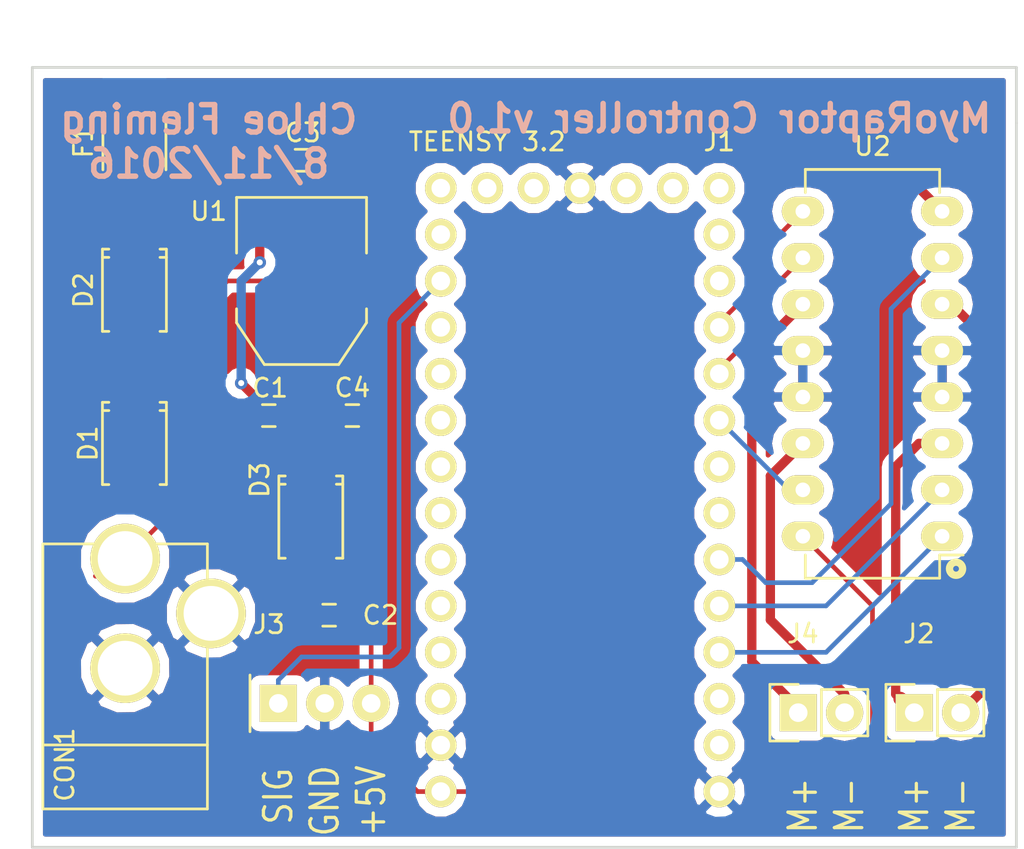
<source format=kicad_pcb>
(kicad_pcb (version 4) (host pcbnew 4.0.2-stable)

  (general
    (links 39)
    (no_connects 0)
    (area 196.02152 51.078 266.288523 97.636001)
    (thickness 1.6)
    (drawings 20)
    (tracks 92)
    (zones 0)
    (modules 15)
    (nets 18)
  )

  (page A4)
  (layers
    (0 F.Cu signal)
    (31 B.Cu signal)
    (32 B.Adhes user)
    (33 F.Adhes user)
    (34 B.Paste user)
    (35 F.Paste user)
    (36 B.SilkS user hide)
    (37 F.SilkS user)
    (38 B.Mask user)
    (39 F.Mask user)
    (40 Dwgs.User user hide)
    (41 Cmts.User user hide)
    (42 Eco1.User user hide)
    (43 Eco2.User user hide)
    (44 Edge.Cuts user)
    (45 Margin user hide)
    (46 B.CrtYd user)
    (47 F.CrtYd user)
    (48 B.Fab user)
    (49 F.Fab user)
  )

  (setup
    (last_trace_width 0.254)
    (trace_clearance 0.254)
    (zone_clearance 0.508)
    (zone_45_only no)
    (trace_min 0.1524)
    (segment_width 0.2)
    (edge_width 0.15)
    (via_size 0.6858)
    (via_drill 0.3302)
    (via_min_size 0.6858)
    (via_min_drill 0.3302)
    (uvia_size 0.3)
    (uvia_drill 0.1)
    (uvias_allowed no)
    (uvia_min_size 0.2)
    (uvia_min_drill 0.1)
    (pcb_text_width 0.3)
    (pcb_text_size 1.5 1.5)
    (mod_edge_width 0.15)
    (mod_text_size 1 1)
    (mod_text_width 0.15)
    (pad_size 1.524 1.524)
    (pad_drill 0.762)
    (pad_to_mask_clearance 0.2)
    (aux_axis_origin 0 0)
    (visible_elements 7FFFFFFF)
    (pcbplotparams
      (layerselection 0x310fc_80000001)
      (usegerberextensions true)
      (excludeedgelayer true)
      (linewidth 0.100000)
      (plotframeref false)
      (viasonmask false)
      (mode 1)
      (useauxorigin false)
      (hpglpennumber 1)
      (hpglpenspeed 20)
      (hpglpendiameter 15)
      (hpglpenoverlay 2)
      (psnegative false)
      (psa4output false)
      (plotreference true)
      (plotvalue true)
      (plotinvisibletext false)
      (padsonsilk false)
      (subtractmaskfromsilk false)
      (outputformat 1)
      (mirror false)
      (drillshape 0)
      (scaleselection 1)
      (outputdirectory gerbers))
  )

  (net 0 "")
  (net 1 +12V)
  (net 2 GND)
  (net 3 "Net-(C2-Pad1)")
  (net 4 +5V)
  (net 5 "Net-(CON1-Pad1)")
  (net 6 /D15)
  (net 7 /D2)
  (net 8 /D3)
  (net 9 /D4)
  (net 10 /D9)
  (net 11 /D8)
  (net 12 /D7)
  (net 13 "Net-(D2-Pad1)")
  (net 14 "Net-(J2-Pad1)")
  (net 15 "Net-(J2-Pad2)")
  (net 16 "Net-(J4-Pad1)")
  (net 17 "Net-(J4-Pad2)")

  (net_class Default "This is the default net class."
    (clearance 0.254)
    (trace_width 0.254)
    (via_dia 0.6858)
    (via_drill 0.3302)
    (uvia_dia 0.3)
    (uvia_drill 0.1)
    (add_net +5V)
    (add_net /D15)
    (add_net /D2)
    (add_net /D3)
    (add_net /D4)
    (add_net /D7)
    (add_net /D8)
    (add_net /D9)
    (add_net GND)
    (add_net "Net-(C2-Pad1)")
    (add_net "Net-(CON1-Pad1)")
    (add_net "Net-(D2-Pad1)")
  )

  (net_class Power ""
    (clearance 0.254)
    (trace_width 0.508)
    (via_dia 0.6858)
    (via_drill 0.3302)
    (uvia_dia 0.3)
    (uvia_drill 0.1)
    (add_net +12V)
    (add_net "Net-(J2-Pad1)")
    (add_net "Net-(J2-Pad2)")
    (add_net "Net-(J4-Pad1)")
    (add_net "Net-(J4-Pad2)")
  )

  (module Wickerlib:DIP-16-W7.62MM-LONGPADS (layer F.Cu) (tedit 579044C0) (tstamp 57ACF9D5)
    (at 247.904 80.518 180)
    (descr "16-lead dip package, row spacing 7.62 mm (300 mils), longer pads")
    (tags "dil dip 2.54 300")
    (path /57A2D04E)
    (fp_text reference U2 (at 4.064 8.128 180) (layer F.Fab)
      (effects (font (size 1 1) (thickness 0.15)))
    )
    (fp_text value SN754410PDIP (at 4.064 9.144 270) (layer F.Fab) hide
      (effects (font (size 1 1) (thickness 0.15)))
    )
    (fp_circle (center 0 0) (end 0.254 0.254) (layer F.Fab) (width 0.4))
    (fp_text user %R (at 3.81 21.336 180) (layer F.SilkS)
      (effects (font (size 1 1) (thickness 0.15)))
    )
    (fp_line (start -1.4 -2.45) (end -1.4 20.25) (layer F.CrtYd) (width 0.05))
    (fp_line (start 9 -2.45) (end 9 20.25) (layer F.Fab) (width 0.05))
    (fp_line (start -1.4 -2.45) (end 9 -2.45) (layer F.CrtYd) (width 0.05))
    (fp_line (start -1.4 20.25) (end 9 20.25) (layer F.Fab) (width 0.05))
    (fp_line (start 0.135 -2.295) (end 0.135 -1.025) (layer F.SilkS) (width 0.15))
    (fp_line (start 7.485 -2.295) (end 7.485 -1.025) (layer F.SilkS) (width 0.15))
    (fp_line (start 7.485 20.075) (end 7.485 18.805) (layer F.SilkS) (width 0.15))
    (fp_line (start 0.135 20.075) (end 0.135 18.805) (layer F.SilkS) (width 0.15))
    (fp_line (start 0.135 -2.295) (end 7.485 -2.295) (layer F.SilkS) (width 0.15))
    (fp_line (start 0.135 20.075) (end 7.485 20.075) (layer F.SilkS) (width 0.15))
    (fp_line (start 0.135 -1.025) (end -1.15 -1.025) (layer F.SilkS) (width 0.15))
    (fp_line (start -1.4 -2.45) (end -1.4 20.25) (layer F.Fab) (width 0.05))
    (fp_line (start -1.4 20.25) (end 9 20.25) (layer F.CrtYd) (width 0.05))
    (fp_line (start 0.135 20.075) (end 7.485 20.075) (layer F.SilkS) (width 0.15))
    (fp_line (start 9 -2.45) (end 9 20.25) (layer F.CrtYd) (width 0.05))
    (fp_line (start -1.4 -2.45) (end 9 -2.45) (layer F.Fab) (width 0.05))
    (fp_circle (center -0.762 -1.778) (end -0.508 -1.524) (layer F.SilkS) (width 0.4))
    (pad 1 thru_hole oval (at 0 0 180) (size 2.3 1.6) (drill 0.8) (layers *.Cu *.Mask F.SilkS)
      (net 7 /D2))
    (pad 2 thru_hole oval (at 0 2.54 180) (size 2.3 1.6) (drill 0.8) (layers *.Cu *.Mask F.SilkS)
      (net 8 /D3))
    (pad 3 thru_hole oval (at 0 5.08 180) (size 2.3 1.6) (drill 0.8) (layers *.Cu *.Mask F.SilkS)
      (net 14 "Net-(J2-Pad1)"))
    (pad 4 thru_hole oval (at 0 7.62 180) (size 2.3 1.6) (drill 0.8) (layers *.Cu *.Mask F.SilkS)
      (net 2 GND))
    (pad 5 thru_hole oval (at 0 10.16 180) (size 2.3 1.6) (drill 0.8) (layers *.Cu *.Mask F.SilkS)
      (net 2 GND))
    (pad 6 thru_hole oval (at 0 12.7 180) (size 2.3 1.6) (drill 0.8) (layers *.Cu *.Mask F.SilkS)
      (net 15 "Net-(J2-Pad2)"))
    (pad 7 thru_hole oval (at 0 15.24 180) (size 2.3 1.6) (drill 0.8) (layers *.Cu *.Mask F.SilkS)
      (net 9 /D4))
    (pad 8 thru_hole oval (at 0 17.78 180) (size 2.3 1.6) (drill 0.8) (layers *.Cu *.Mask F.SilkS)
      (net 1 +12V))
    (pad 9 thru_hole oval (at 7.62 17.78 180) (size 2.3 1.6) (drill 0.8) (layers *.Cu *.Mask F.SilkS)
      (net 10 /D9))
    (pad 10 thru_hole oval (at 7.62 15.24 180) (size 2.3 1.6) (drill 0.8) (layers *.Cu *.Mask F.SilkS)
      (net 11 /D8))
    (pad 11 thru_hole oval (at 7.62 12.7 180) (size 2.3 1.6) (drill 0.8) (layers *.Cu *.Mask F.SilkS)
      (net 16 "Net-(J4-Pad1)"))
    (pad 12 thru_hole oval (at 7.62 10.16 180) (size 2.3 1.6) (drill 0.8) (layers *.Cu *.Mask F.SilkS)
      (net 2 GND))
    (pad 13 thru_hole oval (at 7.62 7.62 180) (size 2.3 1.6) (drill 0.8) (layers *.Cu *.Mask F.SilkS)
      (net 2 GND))
    (pad 14 thru_hole oval (at 7.62 5.08 180) (size 2.3 1.6) (drill 0.8) (layers *.Cu *.Mask F.SilkS)
      (net 17 "Net-(J4-Pad2)"))
    (pad 15 thru_hole oval (at 7.62 2.54 180) (size 2.3 1.6) (drill 0.8) (layers *.Cu *.Mask F.SilkS)
      (net 12 /D7))
    (pad 16 thru_hole oval (at 7.62 0 180) (size 2.3 1.6) (drill 0.8) (layers *.Cu *.Mask F.SilkS)
      (net 4 +5V))
    (model Housings_DIP.3dshapes/DIP-16-W7.62MM-LONGPADS.wrl
      (at (xyz 0 0 0))
      (scale (xyz 1 1 1))
      (rotate (xyz 0 0 0))
    )
  )

  (module Wickerlib:TEENSY-3.2-NOSILK (layer F.Cu) (tedit 5737ABAB) (tstamp 57AA89EA)
    (at 225.552 84.328 180)
    (path /57AA8502)
    (fp_text reference J1 (at -10.16 25.4 360) (layer F.SilkS)
      (effects (font (size 1 1) (thickness 0.15)))
    )
    (fp_text value TEENSY3.2-72MHz (at -2.54 20.32 180) (layer F.Fab)
      (effects (font (size 1 1) (thickness 0.15)))
    )
    (fp_text user "TEENSY 3.2" (at 2.54 25.4 180) (layer F.SilkS)
      (effects (font (size 1 1) (thickness 0.15)))
    )
    (fp_line (start -11.43 24.13) (end 6.35 24.13) (layer F.CrtYd) (width 0.1524))
    (fp_line (start -11.43 -11.43) (end -11.43 24.13) (layer F.CrtYd) (width 0.1524))
    (fp_line (start 6.35 -11.43) (end -11.43 -11.43) (layer F.CrtYd) (width 0.1524))
    (fp_line (start 6.35 24.13) (end 6.35 -11.43) (layer F.CrtYd) (width 0.1524))
    (pad G1 thru_hole circle (at -10.16 -10.16 180) (size 1.7272 1.7272) (drill 1.016) (layers *.Cu *.Mask F.SilkS)
      (net 2 GND))
    (pad 0 thru_hole circle (at -10.16 -7.62 180) (size 1.7272 1.7272) (drill 1.016) (layers *.Cu *.Mask F.SilkS))
    (pad 1 thru_hole circle (at -10.16 -5.08 180) (size 1.7272 1.7272) (drill 1.016) (layers *.Cu *.Mask F.SilkS))
    (pad 2 thru_hole circle (at -10.16 -2.54 180) (size 1.7272 1.7272) (drill 1.016) (layers *.Cu *.Mask F.SilkS)
      (net 7 /D2))
    (pad 3 thru_hole circle (at -10.16 0 180) (size 1.7272 1.7272) (drill 1.016) (layers *.Cu *.Mask F.SilkS)
      (net 8 /D3))
    (pad 4 thru_hole circle (at -10.16 2.54 180) (size 1.7272 1.7272) (drill 1.016) (layers *.Cu *.Mask F.SilkS)
      (net 9 /D4))
    (pad 5 thru_hole circle (at -10.16 5.08 180) (size 1.7272 1.7272) (drill 1.016) (layers *.Cu *.Mask F.SilkS))
    (pad 6 thru_hole circle (at -10.16 7.62 180) (size 1.7272 1.7272) (drill 1.016) (layers *.Cu *.Mask F.SilkS))
    (pad 7 thru_hole circle (at -10.16 10.16 180) (size 1.7272 1.7272) (drill 1.016) (layers *.Cu *.Mask F.SilkS)
      (net 12 /D7))
    (pad 8 thru_hole circle (at -10.16 12.7 180) (size 1.7272 1.7272) (drill 1.016) (layers *.Cu *.Mask F.SilkS)
      (net 11 /D8))
    (pad 9 thru_hole circle (at -10.16 15.24 180) (size 1.7272 1.7272) (drill 1.016) (layers *.Cu *.Mask F.SilkS)
      (net 10 /D9))
    (pad 10 thru_hole circle (at -10.16 17.78 180) (size 1.7272 1.7272) (drill 1.016) (layers *.Cu *.Mask F.SilkS))
    (pad 11 thru_hole circle (at -10.16 20.32 180) (size 1.7272 1.7272) (drill 1.016) (layers *.Cu *.Mask F.SilkS))
    (pad 12 thru_hole circle (at -10.16 22.86 180) (size 1.7272 1.7272) (drill 1.016) (layers *.Cu *.Mask F.SilkS))
    (pad VBAT thru_hole circle (at -7.62 22.86 180) (size 1.7272 1.7272) (drill 1.016) (layers *.Cu *.Mask F.SilkS))
    (pad 3V1 thru_hole circle (at -5.08 22.86 180) (size 1.7272 1.7272) (drill 1.016) (layers *.Cu *.Mask F.SilkS))
    (pad G2 thru_hole circle (at -2.54 22.86 180) (size 1.7272 1.7272) (drill 1.016) (layers *.Cu *.Mask F.SilkS)
      (net 2 GND))
    (pad PGM thru_hole circle (at 0 22.86 180) (size 1.7272 1.7272) (drill 1.016) (layers *.Cu *.Mask F.SilkS))
    (pad DAC thru_hole circle (at 2.54 22.86 180) (size 1.7272 1.7272) (drill 1.016) (layers *.Cu *.Mask F.SilkS))
    (pad 13 thru_hole circle (at 5.08 22.86 180) (size 1.7272 1.7272) (drill 1.016) (layers *.Cu *.Mask F.SilkS))
    (pad 16 thru_hole circle (at 5.08 15.24 180) (size 1.7272 1.7272) (drill 1.016) (layers *.Cu *.Mask F.SilkS))
    (pad 3V2 thru_hole circle (at 5.08 -5.08 180) (size 1.7272 1.7272) (drill 1.016) (layers *.Cu *.Mask F.SilkS))
    (pad 18 thru_hole circle (at 5.08 10.16 180) (size 1.7272 1.7272) (drill 1.016) (layers *.Cu *.Mask F.SilkS))
    (pad 17 thru_hole circle (at 5.08 12.7 180) (size 1.7272 1.7272) (drill 1.016) (layers *.Cu *.Mask F.SilkS))
    (pad AG thru_hole circle (at 5.08 -7.62 180) (size 1.7272 1.7272) (drill 1.016) (layers *.Cu *.Mask F.SilkS)
      (net 2 GND))
    (pad 22 thru_hole circle (at 5.08 0 180) (size 1.7272 1.7272) (drill 1.016) (layers *.Cu *.Mask F.SilkS))
    (pad VIN thru_hole circle (at 5.08 -10.16 180) (size 1.7272 1.7272) (drill 1.016) (layers *.Cu *.Mask F.SilkS)
      (net 4 +5V))
    (pad 21 thru_hole circle (at 5.08 2.54 180) (size 1.7272 1.7272) (drill 1.016) (layers *.Cu *.Mask F.SilkS))
    (pad 20 thru_hole circle (at 5.08 5.08 180) (size 1.7272 1.7272) (drill 1.016) (layers *.Cu *.Mask F.SilkS))
    (pad 19 thru_hole circle (at 5.08 7.62 180) (size 1.7272 1.7272) (drill 1.016) (layers *.Cu *.Mask F.SilkS))
    (pad 23 thru_hole circle (at 5.08 -2.54 180) (size 1.7272 1.7272) (drill 1.016) (layers *.Cu *.Mask F.SilkS))
    (pad 14 thru_hole circle (at 5.08 20.32 180) (size 1.7272 1.7272) (drill 1.016) (layers *.Cu *.Mask F.SilkS))
    (pad 15 thru_hole circle (at 5.08 17.78 180) (size 1.7272 1.7272) (drill 1.016) (layers *.Cu *.Mask F.SilkS)
      (net 6 /D15))
  )

  (module Wickerlib:CONN-ONSHORE-SCREW-GREEN-2PIN-TH (layer F.Cu) (tedit 57902EA8) (tstamp 57AA89F0)
    (at 246.38 90.17 90)
    (descr "Through hole pin header")
    (tags "pin header")
    (path /57AB806F)
    (fp_text reference J2 (at 0 1.27 90) (layer F.Fab)
      (effects (font (size 1 1) (thickness 0.15)))
    )
    (fp_text value CONN-TERM-SCREW-GREEN-2.54MM-2POS-TH (at -2.286 1.27 180) (layer F.Fab) hide
      (effects (font (size 1 1) (thickness 0.15)))
    )
    (fp_text user %R (at 4.318 0.254 180) (layer F.SilkS)
      (effects (font (size 1 1) (thickness 0.15)))
    )
    (fp_line (start 1.27 1.27) (end 1.27 3.81) (layer F.SilkS) (width 0.15))
    (fp_line (start 1.55 -1.55) (end 1.55 0) (layer F.SilkS) (width 0.15))
    (fp_line (start -3.3 -1.75) (end -3.3 4.3) (layer F.CrtYd) (width 0.05))
    (fp_line (start 3.3 -1.75) (end 3.3 4.3) (layer F.CrtYd) (width 0.05))
    (fp_line (start -3.3 -1.75) (end 3.3 -1.74244) (layer F.CrtYd) (width 0.05))
    (fp_line (start -3.3 4.3) (end 3.3 4.3) (layer F.CrtYd) (width 0.05))
    (fp_line (start 1.27 1.27) (end -1.27 1.27) (layer F.SilkS) (width 0.15))
    (fp_line (start -1.55 0) (end -1.55 -1.55) (layer F.SilkS) (width 0.15))
    (fp_line (start -1.55 -1.55) (end 1.55 -1.55) (layer F.SilkS) (width 0.15))
    (fp_line (start -1.27 1.27) (end -1.27 3.81) (layer F.SilkS) (width 0.15))
    (fp_line (start -1.27 3.81) (end 1.27 3.81) (layer F.SilkS) (width 0.15))
    (fp_line (start -3.3 -1.75) (end 3.3 -1.74244) (layer F.Fab) (width 0.05))
    (fp_line (start -3.3 -1.75) (end -3.3 4.3) (layer F.Fab) (width 0.05))
    (fp_line (start 3.3 -1.75) (end 3.3 4.3) (layer F.Fab) (width 0.05))
    (fp_line (start -3.3 4.3) (end 3.3 4.3) (layer F.Fab) (width 0.05))
    (pad 1 thru_hole rect (at 0 0 90) (size 2.032 2.032) (drill 1.016) (layers *.Cu *.Mask F.SilkS)
      (net 14 "Net-(J2-Pad1)"))
    (pad 2 thru_hole oval (at 0 2.54 90) (size 2.032 2.032) (drill 1.016) (layers *.Cu *.Mask F.SilkS)
      (net 15 "Net-(J2-Pad2)"))
    (model Pin_Headers.3dshapes/Pin_Header_Straight_1x02.wrl
      (at (xyz 0 -0.05 0))
      (scale (xyz 1 1 1))
      (rotate (xyz 0 0 90))
    )
  )

  (module Wickerlib:CONN-ONSHORE-SCREW-GREEN-3PIN-TH (layer F.Cu) (tedit 5790402C) (tstamp 57AA89F7)
    (at 211.582 89.662 90)
    (descr "Through hole pin header")
    (tags "pin header")
    (path /57AB811D)
    (fp_text reference J3 (at 0 2.54 90) (layer F.Fab)
      (effects (font (size 1 1) (thickness 0.15)))
    )
    (fp_text value CONN-TERM-SCREW-GREEN-2.54MM-3POS-TH (at 2.286 3.302 180) (layer F.Fab) hide
      (effects (font (size 1 1) (thickness 0.15)))
    )
    (fp_circle (center 0 0) (end 0 0.254) (layer F.Fab) (width 0.2))
    (fp_text user %R (at 4.318 -0.508 180) (layer F.SilkS)
      (effects (font (size 1 1) (thickness 0.15)))
    )
    (fp_line (start -3.33 -1.75) (end -3.33 6.68) (layer F.CrtYd) (width 0.05))
    (fp_line (start 3.33 -1.75) (end 3.33 6.68) (layer F.CrtYd) (width 0.05))
    (fp_line (start -3.3 -1.75) (end 3.3 -1.75) (layer F.CrtYd) (width 0.05))
    (fp_line (start -3.3 6.68) (end 3.3 6.68) (layer F.CrtYd) (width 0.05))
    (fp_line (start -1.55 -1.55) (end 1.55 -1.55) (layer F.SilkS) (width 0.15))
    (fp_line (start 3.33 -1.75) (end 3.33 6.68) (layer F.Fab) (width 0.05))
    (fp_line (start -3.3 -1.75) (end 3.3 -1.75) (layer F.Fab) (width 0.05))
    (fp_line (start -3.33 -1.75) (end -3.33 6.68) (layer F.Fab) (width 0.05))
    (fp_line (start -3.3 6.68) (end 3.3 6.68) (layer F.Fab) (width 0.05))
    (pad 1 thru_hole rect (at 0 0 90) (size 2.032 2.032) (drill 1.016) (layers *.Cu *.Mask F.SilkS)
      (net 6 /D15))
    (pad 2 thru_hole oval (at 0 2.54 90) (size 2.032 2.032) (drill 1.016) (layers *.Cu *.Mask F.SilkS)
      (net 2 GND))
    (pad 3 thru_hole oval (at 0 5.08 90) (size 2.032 2.032) (drill 1.016) (layers *.Cu *.Mask F.SilkS)
      (net 4 +5V))
    (model Pin_Headers.3dshapes/Pin_Header_Straight_1x02.wrl
      (at (xyz 0 -0.05 0))
      (scale (xyz 1 1 1))
      (rotate (xyz 0 0 90))
    )
  )

  (module Wickerlib:CONN-ONSHORE-SCREW-GREEN-2PIN-TH (layer F.Cu) (tedit 57902EA8) (tstamp 57AA89FD)
    (at 240.03 90.17 90)
    (descr "Through hole pin header")
    (tags "pin header")
    (path /57AB88EF)
    (fp_text reference J4 (at 0 1.27 90) (layer F.Fab)
      (effects (font (size 1 1) (thickness 0.15)))
    )
    (fp_text value CONN-TERM-SCREW-GREEN-2.54MM-2POS-TH (at -2.286 1.27 180) (layer F.Fab) hide
      (effects (font (size 1 1) (thickness 0.15)))
    )
    (fp_text user %R (at 4.318 0.254 180) (layer F.SilkS)
      (effects (font (size 1 1) (thickness 0.15)))
    )
    (fp_line (start 1.27 1.27) (end 1.27 3.81) (layer F.SilkS) (width 0.15))
    (fp_line (start 1.55 -1.55) (end 1.55 0) (layer F.SilkS) (width 0.15))
    (fp_line (start -3.3 -1.75) (end -3.3 4.3) (layer F.CrtYd) (width 0.05))
    (fp_line (start 3.3 -1.75) (end 3.3 4.3) (layer F.CrtYd) (width 0.05))
    (fp_line (start -3.3 -1.75) (end 3.3 -1.74244) (layer F.CrtYd) (width 0.05))
    (fp_line (start -3.3 4.3) (end 3.3 4.3) (layer F.CrtYd) (width 0.05))
    (fp_line (start 1.27 1.27) (end -1.27 1.27) (layer F.SilkS) (width 0.15))
    (fp_line (start -1.55 0) (end -1.55 -1.55) (layer F.SilkS) (width 0.15))
    (fp_line (start -1.55 -1.55) (end 1.55 -1.55) (layer F.SilkS) (width 0.15))
    (fp_line (start -1.27 1.27) (end -1.27 3.81) (layer F.SilkS) (width 0.15))
    (fp_line (start -1.27 3.81) (end 1.27 3.81) (layer F.SilkS) (width 0.15))
    (fp_line (start -3.3 -1.75) (end 3.3 -1.74244) (layer F.Fab) (width 0.05))
    (fp_line (start -3.3 -1.75) (end -3.3 4.3) (layer F.Fab) (width 0.05))
    (fp_line (start 3.3 -1.75) (end 3.3 4.3) (layer F.Fab) (width 0.05))
    (fp_line (start -3.3 4.3) (end 3.3 4.3) (layer F.Fab) (width 0.05))
    (pad 1 thru_hole rect (at 0 0 90) (size 2.032 2.032) (drill 1.016) (layers *.Cu *.Mask F.SilkS)
      (net 16 "Net-(J4-Pad1)"))
    (pad 2 thru_hole oval (at 0 2.54 90) (size 2.032 2.032) (drill 1.016) (layers *.Cu *.Mask F.SilkS)
      (net 17 "Net-(J4-Pad2)"))
    (model Pin_Headers.3dshapes/Pin_Header_Straight_1x02.wrl
      (at (xyz 0 -0.05 0))
      (scale (xyz 1 1 1))
      (rotate (xyz 0 0 90))
    )
  )

  (module Wickerlib:RLC-0603-SMD (layer F.Cu) (tedit 579029AB) (tstamp 57ACF9A0)
    (at 211.062 73.914)
    (descr "Capacitor SMD RLC-0603-SMD, reflow soldering, AVX (see smccp.pdf)")
    (tags "capacitor RLC-0603-SMD")
    (path /57A27CA8)
    (attr smd)
    (fp_text reference C1 (at 0.09 0.04) (layer F.Fab)
      (effects (font (size 0.8 0.8) (thickness 0.15)))
    )
    (fp_text value "10uF 25V" (at 0 1.9) (layer F.Fab) hide
      (effects (font (size 1 1) (thickness 0.15)))
    )
    (fp_text user %R (at 0.07 -1.51) (layer F.SilkS)
      (effects (font (size 1 1) (thickness 0.15)))
    )
    (fp_line (start -1.45 -0.75) (end 1.45 -0.75) (layer F.Fab) (width 0.05))
    (fp_line (start -1.45 0.75) (end 1.45 0.75) (layer F.CrtYd) (width 0.05))
    (fp_line (start -1.45 -0.75) (end -1.45 0.75) (layer F.CrtYd) (width 0.05))
    (fp_line (start 1.45 -0.75) (end 1.45 0.75) (layer F.CrtYd) (width 0.05))
    (fp_line (start -0.35 -0.6) (end 0.35 -0.6) (layer F.SilkS) (width 0.15))
    (fp_line (start 0.35 0.6) (end -0.35 0.6) (layer F.SilkS) (width 0.15))
    (fp_line (start -1.45 -0.75) (end 1.45 -0.75) (layer F.CrtYd) (width 0.05))
    (fp_line (start -1.45 -0.75) (end -1.45 0.75) (layer F.Fab) (width 0.05))
    (fp_line (start 1.45 -0.75) (end 1.45 0.75) (layer F.Fab) (width 0.05))
    (fp_line (start -1.45 0.75) (end 1.45 0.75) (layer F.Fab) (width 0.05))
    (pad 1 smd rect (at -0.75 0) (size 0.8 0.75) (layers F.Cu F.Paste F.Mask)
      (net 1 +12V))
    (pad 2 smd rect (at 0.75 0) (size 0.8 0.75) (layers F.Cu F.Paste F.Mask)
      (net 2 GND))
    (model Capacitors_SMD.3dshapes/C_RLC-0603-SMD.wrl
      (at (xyz 0 0 0))
      (scale (xyz 1 1 1))
      (rotate (xyz 0 0 0))
    )
  )

  (module Wickerlib:RLC-0603-SMD (layer F.Cu) (tedit 579029AB) (tstamp 57ACF9A5)
    (at 214.364 84.836)
    (descr "Capacitor SMD RLC-0603-SMD, reflow soldering, AVX (see smccp.pdf)")
    (tags "capacitor RLC-0603-SMD")
    (path /57A27D67)
    (attr smd)
    (fp_text reference C2 (at 0.09 0.04) (layer F.Fab)
      (effects (font (size 0.8 0.8) (thickness 0.15)))
    )
    (fp_text value "10uF 25V" (at 0 1.9) (layer F.Fab) hide
      (effects (font (size 1 1) (thickness 0.15)))
    )
    (fp_text user %R (at 2.806 0) (layer F.SilkS)
      (effects (font (size 1 1) (thickness 0.15)))
    )
    (fp_line (start -1.45 -0.75) (end 1.45 -0.75) (layer F.Fab) (width 0.05))
    (fp_line (start -1.45 0.75) (end 1.45 0.75) (layer F.CrtYd) (width 0.05))
    (fp_line (start -1.45 -0.75) (end -1.45 0.75) (layer F.CrtYd) (width 0.05))
    (fp_line (start 1.45 -0.75) (end 1.45 0.75) (layer F.CrtYd) (width 0.05))
    (fp_line (start -0.35 -0.6) (end 0.35 -0.6) (layer F.SilkS) (width 0.15))
    (fp_line (start 0.35 0.6) (end -0.35 0.6) (layer F.SilkS) (width 0.15))
    (fp_line (start -1.45 -0.75) (end 1.45 -0.75) (layer F.CrtYd) (width 0.05))
    (fp_line (start -1.45 -0.75) (end -1.45 0.75) (layer F.Fab) (width 0.05))
    (fp_line (start 1.45 -0.75) (end 1.45 0.75) (layer F.Fab) (width 0.05))
    (fp_line (start -1.45 0.75) (end 1.45 0.75) (layer F.Fab) (width 0.05))
    (pad 1 smd rect (at -0.75 0) (size 0.8 0.75) (layers F.Cu F.Paste F.Mask)
      (net 3 "Net-(C2-Pad1)"))
    (pad 2 smd rect (at 0.75 0) (size 0.8 0.75) (layers F.Cu F.Paste F.Mask)
      (net 2 GND))
    (model Capacitors_SMD.3dshapes/C_RLC-0603-SMD.wrl
      (at (xyz 0 0 0))
      (scale (xyz 1 1 1))
      (rotate (xyz 0 0 0))
    )
  )

  (module Wickerlib:RLC-0603-SMD (layer F.Cu) (tedit 579029AB) (tstamp 57ACF9AA)
    (at 212.852 59.944)
    (descr "Capacitor SMD RLC-0603-SMD, reflow soldering, AVX (see smccp.pdf)")
    (tags "capacitor RLC-0603-SMD")
    (path /57A58D73)
    (attr smd)
    (fp_text reference C3 (at 0.09 0.04) (layer F.Fab)
      (effects (font (size 0.8 0.8) (thickness 0.15)))
    )
    (fp_text value 1uF (at 0 1.9) (layer F.Fab) hide
      (effects (font (size 1 1) (thickness 0.15)))
    )
    (fp_text user %R (at 0.07 -1.51) (layer F.SilkS)
      (effects (font (size 1 1) (thickness 0.15)))
    )
    (fp_line (start -1.45 -0.75) (end 1.45 -0.75) (layer F.Fab) (width 0.05))
    (fp_line (start -1.45 0.75) (end 1.45 0.75) (layer F.CrtYd) (width 0.05))
    (fp_line (start -1.45 -0.75) (end -1.45 0.75) (layer F.CrtYd) (width 0.05))
    (fp_line (start 1.45 -0.75) (end 1.45 0.75) (layer F.CrtYd) (width 0.05))
    (fp_line (start -0.35 -0.6) (end 0.35 -0.6) (layer F.SilkS) (width 0.15))
    (fp_line (start 0.35 0.6) (end -0.35 0.6) (layer F.SilkS) (width 0.15))
    (fp_line (start -1.45 -0.75) (end 1.45 -0.75) (layer F.CrtYd) (width 0.05))
    (fp_line (start -1.45 -0.75) (end -1.45 0.75) (layer F.Fab) (width 0.05))
    (fp_line (start 1.45 -0.75) (end 1.45 0.75) (layer F.Fab) (width 0.05))
    (fp_line (start -1.45 0.75) (end 1.45 0.75) (layer F.Fab) (width 0.05))
    (pad 1 smd rect (at -0.75 0) (size 0.8 0.75) (layers F.Cu F.Paste F.Mask)
      (net 1 +12V))
    (pad 2 smd rect (at 0.75 0) (size 0.8 0.75) (layers F.Cu F.Paste F.Mask)
      (net 2 GND))
    (model Capacitors_SMD.3dshapes/C_RLC-0603-SMD.wrl
      (at (xyz 0 0 0))
      (scale (xyz 1 1 1))
      (rotate (xyz 0 0 0))
    )
  )

  (module Wickerlib:RLC-0603-SMD (layer F.Cu) (tedit 579029AB) (tstamp 57ACF9AF)
    (at 215.634 73.914 180)
    (descr "Capacitor SMD RLC-0603-SMD, reflow soldering, AVX (see smccp.pdf)")
    (tags "capacitor RLC-0603-SMD")
    (path /57A58CDC)
    (attr smd)
    (fp_text reference C4 (at 0.09 0.04 180) (layer F.Fab)
      (effects (font (size 0.8 0.8) (thickness 0.15)))
    )
    (fp_text value 0.1uF (at 0 1.9 180) (layer F.Fab) hide
      (effects (font (size 1 1) (thickness 0.15)))
    )
    (fp_text user %R (at 0 1.524 180) (layer F.SilkS)
      (effects (font (size 1 1) (thickness 0.15)))
    )
    (fp_line (start -1.45 -0.75) (end 1.45 -0.75) (layer F.Fab) (width 0.05))
    (fp_line (start -1.45 0.75) (end 1.45 0.75) (layer F.CrtYd) (width 0.05))
    (fp_line (start -1.45 -0.75) (end -1.45 0.75) (layer F.CrtYd) (width 0.05))
    (fp_line (start 1.45 -0.75) (end 1.45 0.75) (layer F.CrtYd) (width 0.05))
    (fp_line (start -0.35 -0.6) (end 0.35 -0.6) (layer F.SilkS) (width 0.15))
    (fp_line (start 0.35 0.6) (end -0.35 0.6) (layer F.SilkS) (width 0.15))
    (fp_line (start -1.45 -0.75) (end 1.45 -0.75) (layer F.CrtYd) (width 0.05))
    (fp_line (start -1.45 -0.75) (end -1.45 0.75) (layer F.Fab) (width 0.05))
    (fp_line (start 1.45 -0.75) (end 1.45 0.75) (layer F.Fab) (width 0.05))
    (fp_line (start -1.45 0.75) (end 1.45 0.75) (layer F.Fab) (width 0.05))
    (pad 1 smd rect (at -0.75 0 180) (size 0.8 0.75) (layers F.Cu F.Paste F.Mask)
      (net 4 +5V))
    (pad 2 smd rect (at 0.75 0 180) (size 0.8 0.75) (layers F.Cu F.Paste F.Mask)
      (net 2 GND))
    (model Capacitors_SMD.3dshapes/C_RLC-0603-SMD.wrl
      (at (xyz 0 0 0))
      (scale (xyz 1 1 1))
      (rotate (xyz 0 0 0))
    )
  )

  (module Wickerlib:CONN-BARREL-JACK-2.5x5.5MM-TH (layer F.Cu) (tedit 5743C0C2) (tstamp 57ACF9B4)
    (at 203.2 87.93734 90)
    (descr "DC Barrel Jack")
    (tags "Power Jack")
    (path /57A28735)
    (fp_text reference CON1 (at -5.08 -3.302 270) (layer F.SilkS)
      (effects (font (size 1 1) (thickness 0.15)))
    )
    (fp_text value BARREL_JACK (at 0 -5.99948 90) (layer F.Fab)
      (effects (font (size 1 1) (thickness 0.15)))
    )
    (fp_line (start -4.0005 -4.50088) (end -4.0005 4.50088) (layer F.SilkS) (width 0.15))
    (fp_line (start -7.50062 -4.50088) (end -7.50062 4.50088) (layer F.SilkS) (width 0.15))
    (fp_line (start -7.50062 4.50088) (end 7.00024 4.50088) (layer F.SilkS) (width 0.15))
    (fp_line (start 7.00024 4.50088) (end 7.00024 -4.50088) (layer F.SilkS) (width 0.15))
    (fp_line (start 7.00024 -4.50088) (end -7.50062 -4.50088) (layer F.SilkS) (width 0.15))
    (pad 1 thru_hole circle (at 6.20014 0 90) (size 3.81 3.81) (drill 2.99974) (layers *.Cu *.Mask F.SilkS)
      (net 5 "Net-(CON1-Pad1)"))
    (pad 2 thru_hole circle (at 0.20066 0 90) (size 3.81 3.81) (drill 2.99974) (layers *.Cu *.Mask F.SilkS)
      (net 2 GND))
    (pad 3 thru_hole circle (at 3.2004 4.699 90) (size 3.81 3.81) (drill 2.99974) (layers *.Cu *.Mask F.SilkS)
      (net 2 GND))
  )

  (module Wickerlib:DIODE-SMA (layer F.Cu) (tedit 579032A9) (tstamp 57ACF9BA)
    (at 203.708 75.438 270)
    (descr "Diode SMA")
    (tags "Diode SMA")
    (path /57A27DF1)
    (attr smd)
    (fp_text reference D1 (at 0 0 450) (layer F.Fab)
      (effects (font (size 1 1) (thickness 0.15)))
    )
    (fp_text value 14V (at 0 0 270) (layer F.Fab) hide
      (effects (font (size 1 1) (thickness 0.15)))
    )
    (fp_line (start -3.048 -1.524) (end -3.048 1.524) (layer F.Fab) (width 0.1))
    (fp_text user %R (at 0 2.54 450) (layer F.SilkS)
      (effects (font (size 1 1) (thickness 0.15)))
    )
    (fp_line (start -3.5 -2) (end 3.5 -2) (layer F.CrtYd) (width 0.05))
    (fp_line (start 3.5 -2) (end 3.5 2) (layer F.CrtYd) (width 0.05))
    (fp_line (start 3.5 2) (end -3.5 2) (layer F.CrtYd) (width 0.05))
    (fp_line (start -3.5 2) (end -3.5 -2) (layer F.CrtYd) (width 0.05))
    (fp_circle (center 0 0) (end 0.20066 -0.0508) (layer F.Adhes) (width 0.381))
    (fp_line (start -1.79914 1.75006) (end -1.79914 1.39954) (layer F.SilkS) (width 0.15))
    (fp_line (start -1.79914 -1.75006) (end -1.79914 -1.39954) (layer F.SilkS) (width 0.15))
    (fp_line (start 2.25044 1.75006) (end 2.25044 1.39954) (layer F.SilkS) (width 0.15))
    (fp_line (start -2.25044 1.75006) (end -2.25044 1.39954) (layer F.SilkS) (width 0.15))
    (fp_line (start -2.25044 -1.75006) (end -2.25044 -1.39954) (layer F.SilkS) (width 0.15))
    (fp_line (start 2.25044 -1.75006) (end 2.25044 -1.39954) (layer F.SilkS) (width 0.15))
    (fp_line (start -2.25044 1.75006) (end 2.25044 1.75006) (layer F.SilkS) (width 0.15))
    (fp_line (start -2.25044 -1.75006) (end 2.25044 -1.75006) (layer F.SilkS) (width 0.15))
    (fp_line (start -3.5 2) (end -3.5 -2) (layer F.Fab) (width 0.05))
    (fp_line (start 3.5 2) (end -3.5 2) (layer F.Fab) (width 0.05))
    (fp_line (start 3.5 -2) (end 3.5 2) (layer F.Fab) (width 0.05))
    (fp_line (start -3.5 -2) (end 3.5 -2) (layer F.Fab) (width 0.05))
    (pad 1 smd rect (at -1.99898 0 270) (size 2.49936 1.80086) (layers F.Cu F.Paste F.Mask)
      (net 5 "Net-(CON1-Pad1)"))
    (pad 2 smd rect (at 1.99898 0 270) (size 2.49936 1.80086) (layers F.Cu F.Paste F.Mask)
      (net 2 GND))
    (model Diodes_SMD.3dshapes/SMA_Standard.wrl
      (at (xyz 0 0 0))
      (scale (xyz 0.3937 0.3937 0.3937))
      (rotate (xyz 0 0 180))
    )
  )

  (module Wickerlib:DIODE-SMA (layer F.Cu) (tedit 579032A9) (tstamp 57ACF9BF)
    (at 203.708 67.056 270)
    (descr "Diode SMA")
    (tags "Diode SMA")
    (path /57A27E6C)
    (attr smd)
    (fp_text reference D2 (at 0 0 450) (layer F.Fab)
      (effects (font (size 1 1) (thickness 0.15)))
    )
    (fp_text value "20V 1A" (at 0 0 270) (layer F.Fab) hide
      (effects (font (size 1 1) (thickness 0.15)))
    )
    (fp_line (start -3.048 -1.524) (end -3.048 1.524) (layer F.Fab) (width 0.1))
    (fp_text user %R (at 0 2.794 450) (layer F.SilkS)
      (effects (font (size 1 1) (thickness 0.15)))
    )
    (fp_line (start -3.5 -2) (end 3.5 -2) (layer F.CrtYd) (width 0.05))
    (fp_line (start 3.5 -2) (end 3.5 2) (layer F.CrtYd) (width 0.05))
    (fp_line (start 3.5 2) (end -3.5 2) (layer F.CrtYd) (width 0.05))
    (fp_line (start -3.5 2) (end -3.5 -2) (layer F.CrtYd) (width 0.05))
    (fp_circle (center 0 0) (end 0.20066 -0.0508) (layer F.Adhes) (width 0.381))
    (fp_line (start -1.79914 1.75006) (end -1.79914 1.39954) (layer F.SilkS) (width 0.15))
    (fp_line (start -1.79914 -1.75006) (end -1.79914 -1.39954) (layer F.SilkS) (width 0.15))
    (fp_line (start 2.25044 1.75006) (end 2.25044 1.39954) (layer F.SilkS) (width 0.15))
    (fp_line (start -2.25044 1.75006) (end -2.25044 1.39954) (layer F.SilkS) (width 0.15))
    (fp_line (start -2.25044 -1.75006) (end -2.25044 -1.39954) (layer F.SilkS) (width 0.15))
    (fp_line (start 2.25044 -1.75006) (end 2.25044 -1.39954) (layer F.SilkS) (width 0.15))
    (fp_line (start -2.25044 1.75006) (end 2.25044 1.75006) (layer F.SilkS) (width 0.15))
    (fp_line (start -2.25044 -1.75006) (end 2.25044 -1.75006) (layer F.SilkS) (width 0.15))
    (fp_line (start -3.5 2) (end -3.5 -2) (layer F.Fab) (width 0.05))
    (fp_line (start 3.5 2) (end -3.5 2) (layer F.Fab) (width 0.05))
    (fp_line (start 3.5 -2) (end 3.5 2) (layer F.Fab) (width 0.05))
    (fp_line (start -3.5 -2) (end 3.5 -2) (layer F.Fab) (width 0.05))
    (pad 1 smd rect (at -1.99898 0 270) (size 2.49936 1.80086) (layers F.Cu F.Paste F.Mask)
      (net 13 "Net-(D2-Pad1)"))
    (pad 2 smd rect (at 1.99898 0 270) (size 2.49936 1.80086) (layers F.Cu F.Paste F.Mask)
      (net 5 "Net-(CON1-Pad1)"))
    (model Diodes_SMD.3dshapes/SMA_Standard.wrl
      (at (xyz 0 0 0))
      (scale (xyz 0.3937 0.3937 0.3937))
      (rotate (xyz 0 0 180))
    )
  )

  (module Wickerlib:DIODE-SMA (layer F.Cu) (tedit 579032A9) (tstamp 57ACF9C4)
    (at 213.36 79.46898 270)
    (descr "Diode SMA")
    (tags "Diode SMA")
    (path /57A27EE3)
    (attr smd)
    (fp_text reference D3 (at 0 0 450) (layer F.Fab)
      (effects (font (size 1 1) (thickness 0.15)))
    )
    (fp_text value "20V 1A" (at 0 0 270) (layer F.Fab) hide
      (effects (font (size 1 1) (thickness 0.15)))
    )
    (fp_line (start -3.048 -1.524) (end -3.048 1.524) (layer F.Fab) (width 0.1))
    (fp_text user %R (at -2.032 2.794 270) (layer F.SilkS)
      (effects (font (size 1 1) (thickness 0.15)))
    )
    (fp_line (start -3.5 -2) (end 3.5 -2) (layer F.CrtYd) (width 0.05))
    (fp_line (start 3.5 -2) (end 3.5 2) (layer F.CrtYd) (width 0.05))
    (fp_line (start 3.5 2) (end -3.5 2) (layer F.CrtYd) (width 0.05))
    (fp_line (start -3.5 2) (end -3.5 -2) (layer F.CrtYd) (width 0.05))
    (fp_circle (center 0 0) (end 0.20066 -0.0508) (layer F.Adhes) (width 0.381))
    (fp_line (start -1.79914 1.75006) (end -1.79914 1.39954) (layer F.SilkS) (width 0.15))
    (fp_line (start -1.79914 -1.75006) (end -1.79914 -1.39954) (layer F.SilkS) (width 0.15))
    (fp_line (start 2.25044 1.75006) (end 2.25044 1.39954) (layer F.SilkS) (width 0.15))
    (fp_line (start -2.25044 1.75006) (end -2.25044 1.39954) (layer F.SilkS) (width 0.15))
    (fp_line (start -2.25044 -1.75006) (end -2.25044 -1.39954) (layer F.SilkS) (width 0.15))
    (fp_line (start 2.25044 -1.75006) (end 2.25044 -1.39954) (layer F.SilkS) (width 0.15))
    (fp_line (start -2.25044 1.75006) (end 2.25044 1.75006) (layer F.SilkS) (width 0.15))
    (fp_line (start -2.25044 -1.75006) (end 2.25044 -1.75006) (layer F.SilkS) (width 0.15))
    (fp_line (start -3.5 2) (end -3.5 -2) (layer F.Fab) (width 0.05))
    (fp_line (start 3.5 2) (end -3.5 2) (layer F.Fab) (width 0.05))
    (fp_line (start 3.5 -2) (end 3.5 2) (layer F.Fab) (width 0.05))
    (fp_line (start -3.5 -2) (end 3.5 -2) (layer F.Fab) (width 0.05))
    (pad 1 smd rect (at -1.99898 0 270) (size 2.49936 1.80086) (layers F.Cu F.Paste F.Mask)
      (net 4 +5V))
    (pad 2 smd rect (at 1.99898 0 270) (size 2.49936 1.80086) (layers F.Cu F.Paste F.Mask)
      (net 3 "Net-(C2-Pad1)"))
    (model Diodes_SMD.3dshapes/SMA_Standard.wrl
      (at (xyz 0 0 0))
      (scale (xyz 0.3937 0.3937 0.3937))
      (rotate (xyz 0 0 180))
    )
  )

  (module Wickerlib:RLC-1812-SMD (layer F.Cu) (tedit 579037B4) (tstamp 57ACF9C9)
    (at 203.708 58.942 90)
    (descr "Capacitor SMD RLC-1812-SMD, reflow soldering, AVX (see smccp.pdf)")
    (tags "capacitor RLC-1812-SMD")
    (path /57A27FB2)
    (attr smd)
    (fp_text reference F1 (at 0 0 90) (layer F.Fab)
      (effects (font (size 1 1) (thickness 0.15)))
    )
    (fp_text value "1.1A 25V" (at 0 0 90) (layer F.Fab) hide
      (effects (font (size 1 1) (thickness 0.15)))
    )
    (fp_text user %R (at 0.014 -2.794 270) (layer F.SilkS)
      (effects (font (size 1 1) (thickness 0.15)))
    )
    (fp_line (start -3.1 -1.85) (end 3.1 -1.85) (layer F.Fab) (width 0.05))
    (fp_line (start -3.1 1.85) (end 3.1 1.85) (layer F.Fab) (width 0.05))
    (fp_line (start -3.1 -1.85) (end -3.1 1.85) (layer F.CrtYd) (width 0.05))
    (fp_line (start 3.1 -1.85) (end 3.1 1.85) (layer F.CrtYd) (width 0.05))
    (fp_line (start 1.524 -1.725) (end -1.524 -1.725) (layer F.SilkS) (width 0.15))
    (fp_line (start -1.524 1.725) (end 1.524 1.725) (layer F.SilkS) (width 0.15))
    (fp_line (start -3.1 1.85) (end 3.1 1.85) (layer F.CrtYd) (width 0.05))
    (fp_line (start 3.1 -1.85) (end 3.1 1.85) (layer F.Fab) (width 0.05))
    (fp_line (start -3.1 -1.85) (end -3.1 1.85) (layer F.Fab) (width 0.05))
    (fp_line (start -3.1 -1.85) (end 3.1 -1.85) (layer F.CrtYd) (width 0.05))
    (pad 1 smd rect (at -2.3 0 90) (size 1 3) (layers F.Cu F.Paste F.Mask)
      (net 13 "Net-(D2-Pad1)"))
    (pad 2 smd rect (at 2.3 0 90) (size 1 3) (layers F.Cu F.Paste F.Mask)
      (net 1 +12V))
    (model Capacitors_SMD.3dshapes/C_RLC-1812-SMD.wrl
      (at (xyz 0 0 0))
      (scale (xyz 1 1 1))
      (rotate (xyz 0 0 0))
    )
  )

  (module Wickerlib:SOT-223 (layer F.Cu) (tedit 0) (tstamp 57ACF9CE)
    (at 212.852 66.548 180)
    (descr "module CMS SOT223 4 pins")
    (tags "CMS SOT")
    (path /57A27BC9)
    (attr smd)
    (fp_text reference U1 (at 5.08 3.81 360) (layer F.SilkS)
      (effects (font (size 1 1) (thickness 0.15)))
    )
    (fp_text value NCP1117ST50T3G (at 0 0.762 180) (layer F.Fab)
      (effects (font (size 1 1) (thickness 0.15)))
    )
    (fp_line (start -3.556 1.524) (end -3.556 4.572) (layer F.SilkS) (width 0.15))
    (fp_line (start -3.556 4.572) (end 3.556 4.572) (layer F.SilkS) (width 0.15))
    (fp_line (start 3.556 4.572) (end 3.556 1.524) (layer F.SilkS) (width 0.15))
    (fp_line (start -3.556 -1.524) (end -3.556 -2.286) (layer F.SilkS) (width 0.15))
    (fp_line (start -3.556 -2.286) (end -2.032 -4.572) (layer F.SilkS) (width 0.15))
    (fp_line (start -2.032 -4.572) (end 2.032 -4.572) (layer F.SilkS) (width 0.15))
    (fp_line (start 2.032 -4.572) (end 3.556 -2.286) (layer F.SilkS) (width 0.15))
    (fp_line (start 3.556 -2.286) (end 3.556 -1.524) (layer F.SilkS) (width 0.15))
    (pad 4 smd rect (at 0 -3.302 180) (size 3.6576 2.032) (layers F.Cu F.Paste F.Mask))
    (pad 2 smd rect (at 0 3.302 180) (size 1.016 2.032) (layers F.Cu F.Paste F.Mask)
      (net 3 "Net-(C2-Pad1)"))
    (pad 3 smd rect (at 2.286 3.302 180) (size 1.016 2.032) (layers F.Cu F.Paste F.Mask)
      (net 1 +12V))
    (pad 1 smd rect (at -2.286 3.302 180) (size 1.016 2.032) (layers F.Cu F.Paste F.Mask)
      (net 2 GND))
    (model TO_SOT_Packages_SMD.3dshapes/SOT-223.wrl
      (at (xyz 0 0 0))
      (scale (xyz 0.4 0.4 0.4))
      (rotate (xyz 0 0 0))
    )
  )

  (gr_text 8/11/2016 (at 204.978 52.578) (layer F.Fab)
    (effects (font (size 1.5 1.5) (thickness 0.3)))
  )
  (gr_text "MyoRaptor Controller v1.0" (at 237.236 52.578) (layer F.Fab)
    (effects (font (size 1.5 1.5) (thickness 0.3)))
  )
  (gr_line (start 251.968 54.864) (end 198.12 54.864) (layer F.Fab) (width 0.2))
  (gr_line (start 251.968 97.536) (end 251.968 54.864) (layer F.Fab) (width 0.2))
  (gr_line (start 198.12 97.536) (end 251.968 97.536) (layer F.Fab) (width 0.2))
  (gr_line (start 198.12 54.864) (end 198.12 97.536) (layer F.Fab) (width 0.2))
  (gr_text +5V (at 216.662 94.996 90) (layer F.SilkS) (tstamp 57AD3A68)
    (effects (font (size 1.5 1.27) (thickness 0.1778)))
  )
  (gr_text GND (at 214.122 94.996 90) (layer F.SilkS) (tstamp 57AD3A67)
    (effects (font (size 1.5 1.27) (thickness 0.1778)))
  )
  (gr_text SIG (at 211.582 94.742 90) (layer F.SilkS) (tstamp 57AD3A62)
    (effects (font (size 1.5 1.27) (thickness 0.1778)))
  )
  (gr_text M- (at 248.92 95.25 90) (layer F.SilkS) (tstamp 57AD393E)
    (effects (font (size 1.5 1.27) (thickness 0.1778)))
  )
  (gr_text M+ (at 246.38 95.25 90) (layer F.SilkS) (tstamp 57AD393D)
    (effects (font (size 1.5 1.27) (thickness 0.1778)))
  )
  (gr_text M- (at 242.824 95.25 90) (layer F.SilkS) (tstamp 57AD3937)
    (effects (font (size 1.5 1.27) (thickness 0.1778)))
  )
  (gr_text M+ (at 240.284 95.25 90) (layer F.SilkS)
    (effects (font (size 1.5 1.27) (thickness 0.1778)))
  )
  (gr_text "Chloe Fleming\n8/11/2016" (at 207.772 58.928) (layer B.SilkS)
    (effects (font (size 1.5 1.5) (thickness 0.3)) (justify mirror))
  )
  (gr_text "MyoRaptor Controller v1.0" (at 235.712 57.658) (layer B.SilkS)
    (effects (font (size 1.5 1.5) (thickness 0.3)) (justify mirror))
  )
  (gr_line (start 198.12 54.864) (end 198.12 97.536) (angle 90) (layer Edge.Cuts) (width 0.15))
  (gr_line (start 251.968 54.864) (end 198.12 54.864) (angle 90) (layer Edge.Cuts) (width 0.15))
  (gr_line (start 251.968 57.912) (end 251.968 54.864) (angle 90) (layer Edge.Cuts) (width 0.15))
  (gr_line (start 251.968 97.536) (end 251.968 57.912) (angle 90) (layer Edge.Cuts) (width 0.15))
  (gr_line (start 198.12 97.536) (end 251.968 97.536) (angle 90) (layer Edge.Cuts) (width 0.15))

  (segment (start 210.566 63.246) (end 210.566 65.532) (width 0.508) (layer F.Cu) (net 1))
  (segment (start 210.312 72.898) (end 210.312 73.914) (width 0.508) (layer F.Cu) (net 1) (tstamp 57ADE52B))
  (segment (start 209.55 72.136) (end 210.312 72.898) (width 0.508) (layer F.Cu) (net 1) (tstamp 57ADE52A))
  (via (at 209.55 72.136) (size 0.6858) (drill 0.3302) (layers F.Cu B.Cu) (net 1))
  (segment (start 209.55 66.548) (end 209.55 72.136) (width 0.508) (layer B.Cu) (net 1) (tstamp 57ADE522))
  (segment (start 210.566 65.532) (end 209.55 66.548) (width 0.508) (layer B.Cu) (net 1) (tstamp 57ADE521))
  (via (at 210.566 65.532) (size 0.6858) (drill 0.3302) (layers F.Cu B.Cu) (net 1))
  (segment (start 210.566 63.246) (end 210.566 61.48) (width 0.508) (layer F.Cu) (net 1))
  (segment (start 210.566 61.48) (end 212.102 59.944) (width 0.508) (layer F.Cu) (net 1) (tstamp 57ADE519))
  (segment (start 212.102 59.944) (end 212.102 56.642) (width 0.508) (layer F.Cu) (net 1))
  (segment (start 212.09 56.896) (end 212.09 56.642) (width 0.508) (layer F.Cu) (net 1) (tstamp 57ADE516))
  (segment (start 212.09 56.654) (end 212.09 56.896) (width 0.508) (layer F.Cu) (net 1) (tstamp 57ADE515))
  (segment (start 212.102 56.642) (end 212.09 56.654) (width 0.508) (layer F.Cu) (net 1) (tstamp 57ADE513))
  (segment (start 203.708 56.642) (end 212.09 56.642) (width 0.508) (layer F.Cu) (net 1))
  (segment (start 212.09 56.642) (end 241.808 56.642) (width 0.508) (layer F.Cu) (net 1) (tstamp 57ADE517))
  (segment (start 241.808 56.642) (end 247.904 62.738) (width 0.508) (layer F.Cu) (net 1) (tstamp 57ADE508))
  (segment (start 210.566 74.168) (end 210.578 74.168) (width 0.254) (layer F.Cu) (net 1) (tstamp 57ABD30A))
  (segment (start 213.36 81.46796) (end 213.36 84.582) (width 0.254) (layer F.Cu) (net 3))
  (segment (start 213.36 84.582) (end 213.614 84.836) (width 0.254) (layer F.Cu) (net 3) (tstamp 57ADE14B))
  (segment (start 212.852 63.246) (end 212.852 66.294) (width 0.254) (layer F.Cu) (net 3))
  (segment (start 210.24596 81.46796) (end 213.36 81.46796) (width 0.254) (layer F.Cu) (net 3) (tstamp 57ADE147))
  (segment (start 208.026 79.248) (end 210.24596 81.46796) (width 0.254) (layer F.Cu) (net 3) (tstamp 57ADE143))
  (segment (start 208.026 67.31) (end 208.026 79.248) (width 0.254) (layer F.Cu) (net 3) (tstamp 57ADE140))
  (segment (start 208.788 66.548) (end 208.026 67.31) (width 0.254) (layer F.Cu) (net 3) (tstamp 57ADE136))
  (segment (start 212.598 66.548) (end 208.788 66.548) (width 0.254) (layer F.Cu) (net 3) (tstamp 57ADE134))
  (segment (start 212.852 66.294) (end 212.598 66.548) (width 0.254) (layer F.Cu) (net 3) (tstamp 57ADE12E))
  (segment (start 213.36 77.47) (end 216.662 77.47) (width 0.254) (layer F.Cu) (net 4))
  (segment (start 220.472 94.488) (end 226.568 94.488) (width 0.254) (layer F.Cu) (net 4))
  (segment (start 244.094 84.328) (end 240.284 80.518) (width 0.254) (layer F.Cu) (net 4) (tstamp 57ADE0EC))
  (segment (start 244.094 93.472) (end 244.094 84.328) (width 0.254) (layer F.Cu) (net 4) (tstamp 57ADE0E8))
  (segment (start 241.554 96.012) (end 244.094 93.472) (width 0.254) (layer F.Cu) (net 4) (tstamp 57ADE0E5))
  (segment (start 228.092 96.012) (end 241.554 96.012) (width 0.254) (layer F.Cu) (net 4) (tstamp 57ADE0E0))
  (segment (start 226.568 94.488) (end 228.092 96.012) (width 0.254) (layer F.Cu) (net 4) (tstamp 57ADE0DA))
  (segment (start 216.662 89.662) (end 216.662 77.978) (width 0.254) (layer F.Cu) (net 4))
  (segment (start 216.662 77.978) (end 216.662 77.47) (width 0.254) (layer F.Cu) (net 4) (tstamp 57ADE0D7))
  (segment (start 216.662 77.47) (end 216.662 74.192) (width 0.254) (layer F.Cu) (net 4) (tstamp 57ADE2C4))
  (segment (start 216.662 74.192) (end 216.384 73.914) (width 0.254) (layer F.Cu) (net 4) (tstamp 57ADE0CC))
  (segment (start 216.662 89.662) (end 216.662 91.948) (width 0.254) (layer F.Cu) (net 4))
  (segment (start 219.202 94.488) (end 220.472 94.488) (width 0.254) (layer F.Cu) (net 4) (tstamp 57ADE0C7))
  (segment (start 216.662 91.948) (end 219.202 94.488) (width 0.254) (layer F.Cu) (net 4) (tstamp 57ADE0C2))
  (segment (start 203.708 73.43902) (end 205.51902 73.43902) (width 0.254) (layer F.Cu) (net 5))
  (segment (start 205.994 78.9432) (end 203.2 81.7372) (width 0.254) (layer F.Cu) (net 5) (tstamp 57ADE245))
  (segment (start 205.994 73.914) (end 205.994 78.9432) (width 0.254) (layer F.Cu) (net 5) (tstamp 57ADE242))
  (segment (start 205.51902 73.43902) (end 205.994 73.914) (width 0.254) (layer F.Cu) (net 5) (tstamp 57ADE23C))
  (segment (start 203.708 69.05498) (end 203.708 73.43902) (width 0.254) (layer F.Cu) (net 5))
  (segment (start 201.57186 82.69986) (end 203.708 82.69986) (width 0.254) (layer F.Cu) (net 5) (tstamp 57ABD038))
  (segment (start 218.186 68.834) (end 220.472 66.548) (width 0.254) (layer B.Cu) (net 6) (tstamp 57ADE2D5))
  (segment (start 218.186 86.614) (end 218.186 68.834) (width 0.254) (layer B.Cu) (net 6) (tstamp 57ADE2D1))
  (segment (start 217.678 87.122) (end 218.186 86.614) (width 0.254) (layer B.Cu) (net 6) (tstamp 57ADE2D0))
  (segment (start 212.852 87.122) (end 217.678 87.122) (width 0.254) (layer B.Cu) (net 6) (tstamp 57ADE2CE))
  (segment (start 211.582 88.392) (end 212.852 87.122) (width 0.254) (layer B.Cu) (net 6) (tstamp 57ADE2C9))
  (segment (start 211.582 89.662) (end 211.582 88.392) (width 0.254) (layer B.Cu) (net 6))
  (segment (start 235.712 86.868) (end 241.554 86.868) (width 0.254) (layer B.Cu) (net 7))
  (segment (start 241.554 86.868) (end 247.904 80.518) (width 0.254) (layer B.Cu) (net 7) (tstamp 57ADE38F))
  (segment (start 235.712 84.328) (end 241.554 84.328) (width 0.254) (layer B.Cu) (net 8))
  (segment (start 241.554 84.328) (end 247.904 77.978) (width 0.254) (layer B.Cu) (net 8) (tstamp 57ADE396))
  (segment (start 235.712 81.788) (end 236.982 81.788) (width 0.254) (layer B.Cu) (net 9))
  (segment (start 245.11 68.072) (end 247.904 65.278) (width 0.254) (layer B.Cu) (net 9) (tstamp 57ADE3AB))
  (segment (start 245.11 78.74) (end 245.11 68.072) (width 0.254) (layer B.Cu) (net 9) (tstamp 57ADE3A6))
  (segment (start 240.792 83.058) (end 245.11 78.74) (width 0.254) (layer B.Cu) (net 9) (tstamp 57ADE3A2))
  (segment (start 238.252 83.058) (end 240.792 83.058) (width 0.254) (layer B.Cu) (net 9) (tstamp 57ADE39F))
  (segment (start 236.982 81.788) (end 238.252 83.058) (width 0.254) (layer B.Cu) (net 9) (tstamp 57ADE39A))
  (segment (start 235.712 69.088) (end 235.712 68.834) (width 0.254) (layer F.Cu) (net 10))
  (segment (start 235.712 68.834) (end 237.998 66.548) (width 0.254) (layer F.Cu) (net 10) (tstamp 57AD4442))
  (segment (start 237.998 66.548) (end 237.998 65.024) (width 0.254) (layer F.Cu) (net 10) (tstamp 57AD4443))
  (segment (start 237.998 65.024) (end 240.284 62.738) (width 0.254) (layer F.Cu) (net 10) (tstamp 57AD4446))
  (segment (start 235.712 71.628) (end 235.712 71.374) (width 0.254) (layer F.Cu) (net 11))
  (segment (start 235.712 71.374) (end 237.998 69.088) (width 0.254) (layer F.Cu) (net 11) (tstamp 57AD4428))
  (segment (start 237.998 69.088) (end 237.998 67.564) (width 0.254) (layer F.Cu) (net 11) (tstamp 57AD4439))
  (segment (start 237.998 67.564) (end 240.284 65.278) (width 0.254) (layer F.Cu) (net 11) (tstamp 57AD443E))
  (segment (start 240.284 77.978) (end 239.522 77.978) (width 0.254) (layer B.Cu) (net 12))
  (segment (start 239.522 77.978) (end 235.712 74.168) (width 0.254) (layer B.Cu) (net 12) (tstamp 57ADE3AF))
  (segment (start 203.708 61.242) (end 203.708 65.05702) (width 0.254) (layer F.Cu) (net 13))
  (segment (start 203.708 64.90716) (end 203.708 64.262) (width 0.254) (layer F.Cu) (net 13))
  (segment (start 247.904 75.438) (end 246.634 75.438) (width 0.508) (layer F.Cu) (net 14))
  (segment (start 245.364 76.708) (end 245.364 89.154) (width 0.508) (layer F.Cu) (net 14) (tstamp 57ADE56A))
  (segment (start 246.634 75.438) (end 245.364 76.708) (width 0.508) (layer F.Cu) (net 14) (tstamp 57ADE568))
  (segment (start 245.364 89.154) (end 246.38 90.17) (width 0.508) (layer F.Cu) (net 14) (tstamp 57ADE56D))
  (segment (start 245.618 89.408) (end 246.38 90.17) (width 0.762) (layer F.Cu) (net 14) (tstamp 57ADE444))
  (segment (start 245.872 89.662) (end 246.38 90.17) (width 0.254) (layer F.Cu) (net 14) (tstamp 57ADE351))
  (segment (start 248.92 90.17) (end 250.19 88.9) (width 0.508) (layer F.Cu) (net 15))
  (segment (start 250.19 69.596) (end 248.412 67.818) (width 0.508) (layer F.Cu) (net 15) (tstamp 57ADE549))
  (segment (start 250.19 88.9) (end 250.19 69.596) (width 0.508) (layer F.Cu) (net 15) (tstamp 57ADE541))
  (segment (start 248.412 67.818) (end 247.904 67.818) (width 0.508) (layer F.Cu) (net 15) (tstamp 57ADE54B))
  (segment (start 240.03 90.17) (end 240.03 89.916) (width 0.508) (layer F.Cu) (net 16))
  (segment (start 240.03 89.916) (end 237.49 87.376) (width 0.508) (layer F.Cu) (net 16) (tstamp 57ADE581))
  (segment (start 237.49 87.376) (end 237.49 70.612) (width 0.508) (layer F.Cu) (net 16) (tstamp 57ADE582))
  (segment (start 237.49 70.612) (end 240.284 67.818) (width 0.508) (layer F.Cu) (net 16) (tstamp 57ADE587))
  (segment (start 242.57 90.17) (end 242.57 89.154) (width 0.508) (layer F.Cu) (net 17))
  (segment (start 242.57 89.154) (end 238.506 85.09) (width 0.508) (layer F.Cu) (net 17) (tstamp 57ADE58B))
  (segment (start 238.506 85.09) (end 238.506 77.216) (width 0.508) (layer F.Cu) (net 17) (tstamp 57ADE58F))
  (segment (start 238.506 77.216) (end 240.284 75.438) (width 0.508) (layer F.Cu) (net 17) (tstamp 57ADE595))

  (zone (net 2) (net_name GND) (layer F.Cu) (tstamp 57ABD4C2) (hatch edge 0.508)
    (connect_pads (clearance 0.508))
    (min_thickness 0.254)
    (fill yes (arc_segments 16) (thermal_gap 0.508) (thermal_bridge_width 0.508))
    (polygon
      (pts
        (xy 251.968 97.536) (xy 198.12 97.536) (xy 198.12 54.864) (xy 251.968 54.864) (xy 251.968 97.536)
      )
    )
    (filled_polygon
      (pts
        (xy 201.756559 55.67791) (xy 201.611569 55.89011) (xy 201.56056 56.142) (xy 201.56056 57.142) (xy 201.604838 57.377317)
        (xy 201.74391 57.593441) (xy 201.95611 57.738431) (xy 202.208 57.78944) (xy 205.208 57.78944) (xy 205.443317 57.745162)
        (xy 205.659441 57.60609) (xy 205.710748 57.531) (xy 211.213 57.531) (xy 211.213 59.159879) (xy 211.105569 59.31711)
        (xy 211.05456 59.569) (xy 211.05456 59.734204) (xy 209.937382 60.851382) (xy 209.744671 61.139794) (xy 209.677 61.48)
        (xy 209.677 61.720582) (xy 209.606559 61.76591) (xy 209.461569 61.97811) (xy 209.41056 62.23) (xy 209.41056 64.262)
        (xy 209.454838 64.497317) (xy 209.59391 64.713441) (xy 209.677 64.770214) (xy 209.677 65.122945) (xy 209.58827 65.33663)
        (xy 209.587931 65.725663) (xy 209.612862 65.786) (xy 208.788 65.786) (xy 208.496395 65.844004) (xy 208.454188 65.872206)
        (xy 208.249185 66.009184) (xy 207.487185 66.771185) (xy 207.322004 67.018395) (xy 207.264 67.31) (xy 207.264 79.248)
        (xy 207.322004 79.539605) (xy 207.465386 79.75419) (xy 207.487185 79.786815) (xy 209.707145 82.006776) (xy 209.954356 82.171957)
        (xy 210.24596 82.22996) (xy 211.81213 82.22996) (xy 211.81213 82.71764) (xy 211.856408 82.952957) (xy 211.99548 83.169081)
        (xy 212.20768 83.314071) (xy 212.45957 83.36508) (xy 212.598 83.36508) (xy 212.598 84.305745) (xy 212.56656 84.461)
        (xy 212.56656 85.211) (xy 212.610838 85.446317) (xy 212.74991 85.662441) (xy 212.96211 85.807431) (xy 213.214 85.85844)
        (xy 214.014 85.85844) (xy 214.249317 85.814162) (xy 214.352646 85.747671) (xy 214.354302 85.749327) (xy 214.587691 85.846)
        (xy 214.82825 85.846) (xy 214.987 85.68725) (xy 214.987 84.963) (xy 214.967 84.963) (xy 214.967 84.709)
        (xy 214.987 84.709) (xy 214.987 83.98475) (xy 214.82825 83.826) (xy 214.587691 83.826) (xy 214.354302 83.922673)
        (xy 214.352932 83.924043) (xy 214.26589 83.864569) (xy 214.122 83.835431) (xy 214.122 83.36508) (xy 214.26043 83.36508)
        (xy 214.495747 83.320802) (xy 214.711871 83.18173) (xy 214.856861 82.96953) (xy 214.90787 82.71764) (xy 214.90787 80.21828)
        (xy 214.863592 79.982963) (xy 214.72452 79.766839) (xy 214.51232 79.621849) (xy 214.26043 79.57084) (xy 212.45957 79.57084)
        (xy 212.224253 79.615118) (xy 212.008129 79.75419) (xy 211.863139 79.96639) (xy 211.81213 80.21828) (xy 211.81213 80.70596)
        (xy 210.561591 80.70596) (xy 208.788 78.93237) (xy 208.788 72.756837) (xy 208.995341 72.96454) (xy 209.21075 73.053986)
        (xy 209.36765 73.210886) (xy 209.315569 73.28711) (xy 209.26456 73.539) (xy 209.26456 74.289) (xy 209.308838 74.524317)
        (xy 209.44791 74.740441) (xy 209.66011 74.885431) (xy 209.912 74.93644) (xy 210.712 74.93644) (xy 210.947317 74.892162)
        (xy 211.050646 74.825671) (xy 211.052302 74.827327) (xy 211.285691 74.924) (xy 211.52625 74.924) (xy 211.685 74.76525)
        (xy 211.685 74.041) (xy 211.939 74.041) (xy 211.939 74.76525) (xy 212.09775 74.924) (xy 212.338309 74.924)
        (xy 212.571698 74.827327) (xy 212.750327 74.648699) (xy 212.847 74.41531) (xy 212.847 74.19975) (xy 213.849 74.19975)
        (xy 213.849 74.41531) (xy 213.945673 74.648699) (xy 214.124302 74.827327) (xy 214.357691 74.924) (xy 214.59825 74.924)
        (xy 214.757 74.76525) (xy 214.757 74.041) (xy 214.00775 74.041) (xy 213.849 74.19975) (xy 212.847 74.19975)
        (xy 212.68825 74.041) (xy 211.939 74.041) (xy 211.685 74.041) (xy 211.665 74.041) (xy 211.665 73.787)
        (xy 211.685 73.787) (xy 211.685 73.06275) (xy 211.939 73.06275) (xy 211.939 73.787) (xy 212.68825 73.787)
        (xy 212.847 73.62825) (xy 212.847 73.41269) (xy 213.849 73.41269) (xy 213.849 73.62825) (xy 214.00775 73.787)
        (xy 214.757 73.787) (xy 214.757 73.06275) (xy 214.59825 72.904) (xy 214.357691 72.904) (xy 214.124302 73.000673)
        (xy 213.945673 73.179301) (xy 213.849 73.41269) (xy 212.847 73.41269) (xy 212.750327 73.179301) (xy 212.571698 73.000673)
        (xy 212.338309 72.904) (xy 212.09775 72.904) (xy 211.939 73.06275) (xy 211.685 73.06275) (xy 211.52625 72.904)
        (xy 211.285691 72.904) (xy 211.201 72.93908) (xy 211.201 72.898) (xy 211.133329 72.557794) (xy 210.940618 72.269382)
        (xy 210.467863 71.796627) (xy 210.379507 71.582788) (xy 210.104659 71.30746) (xy 209.74537 71.15827) (xy 209.356337 71.157931)
        (xy 208.996788 71.306493) (xy 208.788 71.514917) (xy 208.788 68.834) (xy 210.37576 68.834) (xy 210.37576 70.866)
        (xy 210.420038 71.101317) (xy 210.55911 71.317441) (xy 210.77131 71.462431) (xy 211.0232 71.51344) (xy 214.6808 71.51344)
        (xy 214.916117 71.469162) (xy 215.132241 71.33009) (xy 215.277231 71.11789) (xy 215.32824 70.866) (xy 215.32824 68.834)
        (xy 215.283962 68.598683) (xy 215.14489 68.382559) (xy 214.93269 68.237569) (xy 214.6808 68.18656) (xy 211.0232 68.18656)
        (xy 210.787883 68.230838) (xy 210.571759 68.36991) (xy 210.426769 68.58211) (xy 210.37576 68.834) (xy 208.788 68.834)
        (xy 208.788 67.62563) (xy 209.103631 67.31) (xy 212.598 67.31) (xy 212.889605 67.251996) (xy 213.136815 67.086815)
        (xy 213.390815 66.832816) (xy 213.555996 66.585605) (xy 213.571021 66.510069) (xy 213.614 66.294) (xy 213.614 64.85314)
        (xy 213.811441 64.72609) (xy 213.956431 64.51389) (xy 213.995 64.323431) (xy 213.995 64.38831) (xy 214.091673 64.621699)
        (xy 214.270302 64.800327) (xy 214.503691 64.897) (xy 214.85225 64.897) (xy 215.011 64.73825) (xy 215.011 63.373)
        (xy 215.265 63.373) (xy 215.265 64.73825) (xy 215.42375 64.897) (xy 215.772309 64.897) (xy 216.005698 64.800327)
        (xy 216.184327 64.621699) (xy 216.281 64.38831) (xy 216.281 63.53175) (xy 216.12225 63.373) (xy 215.265 63.373)
        (xy 215.011 63.373) (xy 214.991 63.373) (xy 214.991 63.119) (xy 215.011 63.119) (xy 215.011 61.75375)
        (xy 215.265 61.75375) (xy 215.265 63.119) (xy 216.12225 63.119) (xy 216.281 62.96025) (xy 216.281 62.10369)
        (xy 216.184327 61.870301) (xy 216.078808 61.764782) (xy 218.973141 61.764782) (xy 219.200808 62.31578) (xy 219.622003 62.73771)
        (xy 219.622931 62.738095) (xy 219.20229 63.158003) (xy 218.973661 63.708602) (xy 218.973141 64.304782) (xy 219.200808 64.85578)
        (xy 219.622003 65.27771) (xy 219.622931 65.278095) (xy 219.20229 65.698003) (xy 218.973661 66.248602) (xy 218.973141 66.844782)
        (xy 219.200808 67.39578) (xy 219.622003 67.81771) (xy 219.622931 67.818095) (xy 219.20229 68.238003) (xy 218.973661 68.788602)
        (xy 218.973141 69.384782) (xy 219.200808 69.93578) (xy 219.622003 70.35771) (xy 219.622931 70.358095) (xy 219.20229 70.778003)
        (xy 218.973661 71.328602) (xy 218.973141 71.924782) (xy 219.200808 72.47578) (xy 219.622003 72.89771) (xy 219.622931 72.898095)
        (xy 219.20229 73.318003) (xy 218.973661 73.868602) (xy 218.973141 74.464782) (xy 219.200808 75.01578) (xy 219.622003 75.43771)
        (xy 219.622931 75.438095) (xy 219.20229 75.858003) (xy 218.973661 76.408602) (xy 218.973141 77.004782) (xy 219.200808 77.55578)
        (xy 219.622003 77.97771) (xy 219.622931 77.978095) (xy 219.20229 78.398003) (xy 218.973661 78.948602) (xy 218.973141 79.544782)
        (xy 219.200808 80.09578) (xy 219.622003 80.51771) (xy 219.622931 80.518095) (xy 219.20229 80.938003) (xy 218.973661 81.488602)
        (xy 218.973141 82.084782) (xy 219.200808 82.63578) (xy 219.622003 83.05771) (xy 219.622931 83.058095) (xy 219.20229 83.478003)
        (xy 218.973661 84.028602) (xy 218.973141 84.624782) (xy 219.200808 85.17578) (xy 219.622003 85.59771) (xy 219.622931 85.598095)
        (xy 219.20229 86.018003) (xy 218.973661 86.568602) (xy 218.973141 87.164782) (xy 219.200808 87.71578) (xy 219.622003 88.13771)
        (xy 219.622931 88.138095) (xy 219.20229 88.558003) (xy 218.973661 89.108602) (xy 218.973141 89.704782) (xy 219.200808 90.25578)
        (xy 219.622003 90.67771) (xy 219.662537 90.694541) (xy 219.5978 90.894195) (xy 220.472 91.768395) (xy 221.3462 90.894195)
        (xy 221.281601 90.694967) (xy 221.31978 90.679192) (xy 221.74171 90.257997) (xy 221.970339 89.707398) (xy 221.970859 89.111218)
        (xy 221.743192 88.56022) (xy 221.321997 88.13829) (xy 221.321069 88.137905) (xy 221.74171 87.717997) (xy 221.970339 87.167398)
        (xy 221.970859 86.571218) (xy 221.743192 86.02022) (xy 221.321997 85.59829) (xy 221.321069 85.597905) (xy 221.74171 85.177997)
        (xy 221.970339 84.627398) (xy 221.970859 84.031218) (xy 221.743192 83.48022) (xy 221.321997 83.05829) (xy 221.321069 83.057905)
        (xy 221.74171 82.637997) (xy 221.970339 82.087398) (xy 221.970859 81.491218) (xy 221.743192 80.94022) (xy 221.321997 80.51829)
        (xy 221.321069 80.517905) (xy 221.74171 80.097997) (xy 221.970339 79.547398) (xy 221.970859 78.951218) (xy 221.743192 78.40022)
        (xy 221.321997 77.97829) (xy 221.321069 77.977905) (xy 221.74171 77.557997) (xy 221.970339 77.007398) (xy 221.970859 76.411218)
        (xy 221.743192 75.86022) (xy 221.321997 75.43829) (xy 221.321069 75.437905) (xy 221.74171 75.017997) (xy 221.970339 74.467398)
        (xy 221.970859 73.871218) (xy 221.743192 73.32022) (xy 221.321997 72.89829) (xy 221.321069 72.897905) (xy 221.74171 72.477997)
        (xy 221.970339 71.927398) (xy 221.970859 71.331218) (xy 221.743192 70.78022) (xy 221.321997 70.35829) (xy 221.321069 70.357905)
        (xy 221.74171 69.937997) (xy 221.970339 69.387398) (xy 221.970859 68.791218) (xy 221.743192 68.24022) (xy 221.321997 67.81829)
        (xy 221.321069 67.817905) (xy 221.74171 67.397997) (xy 221.970339 66.847398) (xy 221.970859 66.251218) (xy 221.743192 65.70022)
        (xy 221.321997 65.27829) (xy 221.321069 65.277905) (xy 221.74171 64.857997) (xy 221.970339 64.307398) (xy 221.970859 63.711218)
        (xy 221.743192 63.16022) (xy 221.321997 62.73829) (xy 221.321069 62.737905) (xy 221.74171 62.317997) (xy 221.742095 62.317069)
        (xy 222.162003 62.73771) (xy 222.712602 62.966339) (xy 223.308782 62.966859) (xy 223.85978 62.739192) (xy 224.28171 62.317997)
        (xy 224.282095 62.317069) (xy 224.702003 62.73771) (xy 225.252602 62.966339) (xy 225.848782 62.966859) (xy 226.39978 62.739192)
        (xy 226.617546 62.521805) (xy 227.2178 62.521805) (xy 227.299741 62.774516) (xy 227.86003 62.978248) (xy 228.455635 62.952058)
        (xy 228.884259 62.774516) (xy 228.9662 62.521805) (xy 228.092 61.647605) (xy 227.2178 62.521805) (xy 226.617546 62.521805)
        (xy 226.82171 62.317997) (xy 226.838541 62.277463) (xy 227.038195 62.3422) (xy 227.912395 61.468) (xy 227.038195 60.5938)
        (xy 226.838967 60.658399) (xy 226.823192 60.62022) (xy 226.617526 60.414195) (xy 227.2178 60.414195) (xy 228.092 61.288395)
        (xy 228.9662 60.414195) (xy 228.884259 60.161484) (xy 228.32397 59.957752) (xy 227.728365 59.983942) (xy 227.299741 60.161484)
        (xy 227.2178 60.414195) (xy 226.617526 60.414195) (xy 226.401997 60.19829) (xy 225.851398 59.969661) (xy 225.255218 59.969141)
        (xy 224.70422 60.196808) (xy 224.28229 60.618003) (xy 224.281905 60.618931) (xy 223.861997 60.19829) (xy 223.311398 59.969661)
        (xy 222.715218 59.969141) (xy 222.16422 60.196808) (xy 221.74229 60.618003) (xy 221.741905 60.618931) (xy 221.321997 60.19829)
        (xy 220.771398 59.969661) (xy 220.175218 59.969141) (xy 219.62422 60.196808) (xy 219.20229 60.618003) (xy 218.973661 61.168602)
        (xy 218.973141 61.764782) (xy 216.078808 61.764782) (xy 216.005698 61.691673) (xy 215.772309 61.595) (xy 215.42375 61.595)
        (xy 215.265 61.75375) (xy 215.011 61.75375) (xy 214.85225 61.595) (xy 214.503691 61.595) (xy 214.270302 61.691673)
        (xy 214.091673 61.870301) (xy 213.995 62.10369) (xy 213.995 62.163887) (xy 213.963162 61.994683) (xy 213.82409 61.778559)
        (xy 213.61189 61.633569) (xy 213.36 61.58256) (xy 212.344 61.58256) (xy 212.108683 61.626838) (xy 211.892559 61.76591)
        (xy 211.747569 61.97811) (xy 211.709457 62.166314) (xy 211.677162 61.994683) (xy 211.53809 61.778559) (xy 211.530122 61.773114)
        (xy 212.336796 60.96644) (xy 212.502 60.96644) (xy 212.737317 60.922162) (xy 212.840646 60.855671) (xy 212.842302 60.857327)
        (xy 213.075691 60.954) (xy 213.31625 60.954) (xy 213.475 60.79525) (xy 213.475 60.071) (xy 213.729 60.071)
        (xy 213.729 60.79525) (xy 213.88775 60.954) (xy 214.128309 60.954) (xy 214.361698 60.857327) (xy 214.540327 60.678699)
        (xy 214.637 60.44531) (xy 214.637 60.22975) (xy 214.47825 60.071) (xy 213.729 60.071) (xy 213.475 60.071)
        (xy 213.455 60.071) (xy 213.455 59.817) (xy 213.475 59.817) (xy 213.475 59.09275) (xy 213.729 59.09275)
        (xy 213.729 59.817) (xy 214.47825 59.817) (xy 214.637 59.65825) (xy 214.637 59.44269) (xy 214.540327 59.209301)
        (xy 214.361698 59.030673) (xy 214.128309 58.934) (xy 213.88775 58.934) (xy 213.729 59.09275) (xy 213.475 59.09275)
        (xy 213.31625 58.934) (xy 213.075691 58.934) (xy 212.991 58.96908) (xy 212.991 57.531) (xy 241.439764 57.531)
        (xy 246.177394 62.26863) (xy 246.08403 62.738) (xy 246.193263 63.287151) (xy 246.504332 63.752698) (xy 246.886418 64.008)
        (xy 246.504332 64.263302) (xy 246.193263 64.728849) (xy 246.08403 65.278) (xy 246.193263 65.827151) (xy 246.504332 66.292698)
        (xy 246.886418 66.548) (xy 246.504332 66.803302) (xy 246.193263 67.268849) (xy 246.08403 67.818) (xy 246.193263 68.367151)
        (xy 246.504332 68.832698) (xy 246.882151 69.085149) (xy 246.4495 69.433104) (xy 246.179633 69.926181) (xy 246.162096 70.008961)
        (xy 246.284085 70.231) (xy 247.777 70.231) (xy 247.777 70.211) (xy 248.031 70.211) (xy 248.031 70.231)
        (xy 248.051 70.231) (xy 248.051 70.485) (xy 248.031 70.485) (xy 248.031 72.771) (xy 248.051 72.771)
        (xy 248.051 73.025) (xy 248.031 73.025) (xy 248.031 73.045) (xy 247.777 73.045) (xy 247.777 73.025)
        (xy 246.284085 73.025) (xy 246.162096 73.247039) (xy 246.179633 73.329819) (xy 246.4495 73.822896) (xy 246.882151 74.170851)
        (xy 246.504332 74.423302) (xy 246.387594 74.598013) (xy 246.293794 74.616671) (xy 246.089629 74.75309) (xy 246.005382 74.809382)
        (xy 244.735382 76.079382) (xy 244.542671 76.367794) (xy 244.475 76.708) (xy 244.475 83.631369) (xy 241.961109 81.117479)
        (xy 241.994737 81.067151) (xy 242.10397 80.518) (xy 241.994737 79.968849) (xy 241.683668 79.503302) (xy 241.301582 79.248)
        (xy 241.683668 78.992698) (xy 241.994737 78.527151) (xy 242.10397 77.978) (xy 241.994737 77.428849) (xy 241.683668 76.963302)
        (xy 241.301582 76.708) (xy 241.683668 76.452698) (xy 241.994737 75.987151) (xy 242.10397 75.438) (xy 241.994737 74.888849)
        (xy 241.683668 74.423302) (xy 241.305849 74.170851) (xy 241.7385 73.822896) (xy 242.008367 73.329819) (xy 242.025904 73.247039)
        (xy 241.903915 73.025) (xy 240.411 73.025) (xy 240.411 73.045) (xy 240.157 73.045) (xy 240.157 73.025)
        (xy 238.664085 73.025) (xy 238.542096 73.247039) (xy 238.559633 73.329819) (xy 238.8295 73.822896) (xy 239.262151 74.170851)
        (xy 238.884332 74.423302) (xy 238.573263 74.888849) (xy 238.46403 75.438) (xy 238.557394 75.90737) (xy 238.379 76.085764)
        (xy 238.379 70.980236) (xy 238.563094 70.796142) (xy 238.8295 71.282896) (xy 239.258607 71.628) (xy 238.8295 71.973104)
        (xy 238.559633 72.466181) (xy 238.542096 72.548961) (xy 238.664085 72.771) (xy 240.157 72.771) (xy 240.157 70.485)
        (xy 240.411 70.485) (xy 240.411 72.771) (xy 241.903915 72.771) (xy 242.025904 72.548961) (xy 242.008367 72.466181)
        (xy 241.7385 71.973104) (xy 241.309393 71.628) (xy 241.7385 71.282896) (xy 242.008367 70.789819) (xy 242.025904 70.707039)
        (xy 246.162096 70.707039) (xy 246.179633 70.789819) (xy 246.4495 71.282896) (xy 246.878607 71.628) (xy 246.4495 71.973104)
        (xy 246.179633 72.466181) (xy 246.162096 72.548961) (xy 246.284085 72.771) (xy 247.777 72.771) (xy 247.777 70.485)
        (xy 246.284085 70.485) (xy 246.162096 70.707039) (xy 242.025904 70.707039) (xy 241.903915 70.485) (xy 240.411 70.485)
        (xy 240.157 70.485) (xy 240.137 70.485) (xy 240.137 70.231) (xy 240.157 70.231) (xy 240.157 70.211)
        (xy 240.411 70.211) (xy 240.411 70.231) (xy 241.903915 70.231) (xy 242.025904 70.008961) (xy 242.008367 69.926181)
        (xy 241.7385 69.433104) (xy 241.305849 69.085149) (xy 241.683668 68.832698) (xy 241.994737 68.367151) (xy 242.10397 67.818)
        (xy 241.994737 67.268849) (xy 241.683668 66.803302) (xy 241.301582 66.548) (xy 241.683668 66.292698) (xy 241.994737 65.827151)
        (xy 242.10397 65.278) (xy 241.994737 64.728849) (xy 241.683668 64.263302) (xy 241.301582 64.008) (xy 241.683668 63.752698)
        (xy 241.994737 63.287151) (xy 242.10397 62.738) (xy 241.994737 62.188849) (xy 241.683668 61.723302) (xy 241.218121 61.412233)
        (xy 240.66897 61.303) (xy 239.89903 61.303) (xy 239.349879 61.412233) (xy 238.884332 61.723302) (xy 238.573263 62.188849)
        (xy 238.46403 62.738) (xy 238.573263 63.287151) (xy 238.606891 63.337479) (xy 237.459185 64.485185) (xy 237.294004 64.732395)
        (xy 237.236 65.024) (xy 237.236 66.232369) (xy 237.210854 66.257516) (xy 237.210859 66.251218) (xy 236.983192 65.70022)
        (xy 236.561997 65.27829) (xy 236.561069 65.277905) (xy 236.98171 64.857997) (xy 237.210339 64.307398) (xy 237.210859 63.711218)
        (xy 236.983192 63.16022) (xy 236.561997 62.73829) (xy 236.561069 62.737905) (xy 236.98171 62.317997) (xy 237.210339 61.767398)
        (xy 237.210859 61.171218) (xy 236.983192 60.62022) (xy 236.561997 60.19829) (xy 236.011398 59.969661) (xy 235.415218 59.969141)
        (xy 234.86422 60.196808) (xy 234.44229 60.618003) (xy 234.441905 60.618931) (xy 234.021997 60.19829) (xy 233.471398 59.969661)
        (xy 232.875218 59.969141) (xy 232.32422 60.196808) (xy 231.90229 60.618003) (xy 231.901905 60.618931) (xy 231.481997 60.19829)
        (xy 230.931398 59.969661) (xy 230.335218 59.969141) (xy 229.78422 60.196808) (xy 229.36229 60.618003) (xy 229.345459 60.658537)
        (xy 229.145805 60.5938) (xy 228.271605 61.468) (xy 229.145805 62.3422) (xy 229.345033 62.277601) (xy 229.360808 62.31578)
        (xy 229.782003 62.73771) (xy 230.332602 62.966339) (xy 230.928782 62.966859) (xy 231.47978 62.739192) (xy 231.90171 62.317997)
        (xy 231.902095 62.317069) (xy 232.322003 62.73771) (xy 232.872602 62.966339) (xy 233.468782 62.966859) (xy 234.01978 62.739192)
        (xy 234.44171 62.317997) (xy 234.442095 62.317069) (xy 234.862003 62.73771) (xy 234.862931 62.738095) (xy 234.44229 63.158003)
        (xy 234.213661 63.708602) (xy 234.213141 64.304782) (xy 234.440808 64.85578) (xy 234.862003 65.27771) (xy 234.862931 65.278095)
        (xy 234.44229 65.698003) (xy 234.213661 66.248602) (xy 234.213141 66.844782) (xy 234.440808 67.39578) (xy 234.862003 67.81771)
        (xy 234.862931 67.818095) (xy 234.44229 68.238003) (xy 234.213661 68.788602) (xy 234.213141 69.384782) (xy 234.440808 69.93578)
        (xy 234.862003 70.35771) (xy 234.862931 70.358095) (xy 234.44229 70.778003) (xy 234.213661 71.328602) (xy 234.213141 71.924782)
        (xy 234.440808 72.47578) (xy 234.862003 72.89771) (xy 234.862931 72.898095) (xy 234.44229 73.318003) (xy 234.213661 73.868602)
        (xy 234.213141 74.464782) (xy 234.440808 75.01578) (xy 234.862003 75.43771) (xy 234.862931 75.438095) (xy 234.44229 75.858003)
        (xy 234.213661 76.408602) (xy 234.213141 77.004782) (xy 234.440808 77.55578) (xy 234.862003 77.97771) (xy 234.862931 77.978095)
        (xy 234.44229 78.398003) (xy 234.213661 78.948602) (xy 234.213141 79.544782) (xy 234.440808 80.09578) (xy 234.862003 80.51771)
        (xy 234.862931 80.518095) (xy 234.44229 80.938003) (xy 234.213661 81.488602) (xy 234.213141 82.084782) (xy 234.440808 82.63578)
        (xy 234.862003 83.05771) (xy 234.862931 83.058095) (xy 234.44229 83.478003) (xy 234.213661 84.028602) (xy 234.213141 84.624782)
        (xy 234.440808 85.17578) (xy 234.862003 85.59771) (xy 234.862931 85.598095) (xy 234.44229 86.018003) (xy 234.213661 86.568602)
        (xy 234.213141 87.164782) (xy 234.440808 87.71578) (xy 234.862003 88.13771) (xy 234.862931 88.138095) (xy 234.44229 88.558003)
        (xy 234.213661 89.108602) (xy 234.213141 89.704782) (xy 234.440808 90.25578) (xy 234.862003 90.67771) (xy 234.862931 90.678095)
        (xy 234.44229 91.098003) (xy 234.213661 91.648602) (xy 234.213141 92.244782) (xy 234.440808 92.79578) (xy 234.862003 93.21771)
        (xy 234.902537 93.234541) (xy 234.8378 93.434195) (xy 235.712 94.308395) (xy 236.5862 93.434195) (xy 236.521601 93.234967)
        (xy 236.55978 93.219192) (xy 236.98171 92.797997) (xy 237.210339 92.247398) (xy 237.210859 91.651218) (xy 236.983192 91.10022)
        (xy 236.561997 90.67829) (xy 236.561069 90.677905) (xy 236.98171 90.257997) (xy 237.210339 89.707398) (xy 237.210859 89.111218)
        (xy 236.983192 88.56022) (xy 236.561997 88.13829) (xy 236.561069 88.137905) (xy 236.794644 87.904737) (xy 236.797586 87.909141)
        (xy 236.861382 88.004618) (xy 238.36656 89.509796) (xy 238.36656 91.186) (xy 238.410838 91.421317) (xy 238.54991 91.637441)
        (xy 238.76211 91.782431) (xy 239.014 91.83344) (xy 241.046 91.83344) (xy 241.281317 91.789162) (xy 241.497441 91.65009)
        (xy 241.599198 91.501163) (xy 241.93819 91.72767) (xy 242.57 91.853345) (xy 243.20181 91.72767) (xy 243.332 91.64068)
        (xy 243.332 93.156369) (xy 241.23837 95.25) (xy 237.029519 95.25) (xy 237.222248 94.71997) (xy 237.196058 94.124365)
        (xy 237.018516 93.695741) (xy 236.765805 93.6138) (xy 235.891605 94.488) (xy 235.905748 94.502143) (xy 235.726143 94.681748)
        (xy 235.712 94.667605) (xy 235.697858 94.681748) (xy 235.518253 94.502143) (xy 235.532395 94.488) (xy 234.658195 93.6138)
        (xy 234.405484 93.695741) (xy 234.201752 94.25603) (xy 234.227942 94.851635) (xy 234.39295 95.25) (xy 228.407631 95.25)
        (xy 227.106815 93.949185) (xy 227.106814 93.949184) (xy 226.859605 93.784004) (xy 226.568 93.726) (xy 221.778635 93.726)
        (xy 221.743192 93.64022) (xy 221.321997 93.21829) (xy 221.281463 93.201459) (xy 221.3462 93.001805) (xy 220.472 92.127605)
        (xy 219.5978 93.001805) (xy 219.662399 93.201033) (xy 219.62422 93.216808) (xy 219.316061 93.52443) (xy 217.507661 91.71603)
        (xy 218.961752 91.71603) (xy 218.987942 92.311635) (xy 219.165484 92.740259) (xy 219.418195 92.8222) (xy 220.292395 91.948)
        (xy 220.651605 91.948) (xy 221.525805 92.8222) (xy 221.778516 92.740259) (xy 221.982248 92.17997) (xy 221.956058 91.584365)
        (xy 221.778516 91.155741) (xy 221.525805 91.0738) (xy 220.651605 91.948) (xy 220.292395 91.948) (xy 219.418195 91.0738)
        (xy 219.165484 91.155741) (xy 218.961752 91.71603) (xy 217.507661 91.71603) (xy 217.424 91.63237) (xy 217.424 91.13268)
        (xy 217.829433 90.861778) (xy 218.187325 90.326155) (xy 218.313 89.694345) (xy 218.313 89.629655) (xy 218.187325 88.997845)
        (xy 217.829433 88.462222) (xy 217.424 88.19132) (xy 217.424 74.32574) (xy 217.43144 74.289) (xy 217.43144 73.539)
        (xy 217.387162 73.303683) (xy 217.24809 73.087559) (xy 217.03589 72.942569) (xy 216.784 72.89156) (xy 215.984 72.89156)
        (xy 215.748683 72.935838) (xy 215.645354 73.002329) (xy 215.643698 73.000673) (xy 215.410309 72.904) (xy 215.16975 72.904)
        (xy 215.011 73.06275) (xy 215.011 73.787) (xy 215.031 73.787) (xy 215.031 74.041) (xy 215.011 74.041)
        (xy 215.011 74.76525) (xy 215.16975 74.924) (xy 215.410309 74.924) (xy 215.643698 74.827327) (xy 215.645068 74.825957)
        (xy 215.73211 74.885431) (xy 215.9 74.91943) (xy 215.9 76.708) (xy 214.90787 76.708) (xy 214.90787 76.22032)
        (xy 214.863592 75.985003) (xy 214.72452 75.768879) (xy 214.51232 75.623889) (xy 214.26043 75.57288) (xy 212.45957 75.57288)
        (xy 212.224253 75.617158) (xy 212.008129 75.75623) (xy 211.863139 75.96843) (xy 211.81213 76.22032) (xy 211.81213 78.71968)
        (xy 211.856408 78.954997) (xy 211.99548 79.171121) (xy 212.20768 79.316111) (xy 212.45957 79.36712) (xy 214.26043 79.36712)
        (xy 214.495747 79.322842) (xy 214.711871 79.18377) (xy 214.856861 78.97157) (xy 214.90787 78.71968) (xy 214.90787 78.232)
        (xy 215.9 78.232) (xy 215.9 83.948975) (xy 215.873698 83.922673) (xy 215.640309 83.826) (xy 215.39975 83.826)
        (xy 215.241 83.98475) (xy 215.241 84.709) (xy 215.261 84.709) (xy 215.261 84.963) (xy 215.241 84.963)
        (xy 215.241 85.68725) (xy 215.39975 85.846) (xy 215.640309 85.846) (xy 215.873698 85.749327) (xy 215.9 85.723025)
        (xy 215.9 88.19132) (xy 215.494567 88.462222) (xy 215.385565 88.625354) (xy 214.986818 88.255615) (xy 214.504944 88.056025)
        (xy 214.249 88.175164) (xy 214.249 89.535) (xy 214.269 89.535) (xy 214.269 89.789) (xy 214.249 89.789)
        (xy 214.249 91.148836) (xy 214.504944 91.267975) (xy 214.986818 91.068385) (xy 215.385565 90.698646) (xy 215.494567 90.861778)
        (xy 215.9 91.13268) (xy 215.9 91.948) (xy 215.958004 92.239605) (xy 216.123185 92.486815) (xy 218.663184 95.026815)
        (xy 218.910395 95.191996) (xy 219.162084 95.24206) (xy 219.200808 95.33578) (xy 219.622003 95.75771) (xy 220.172602 95.986339)
        (xy 220.768782 95.986859) (xy 221.31978 95.759192) (xy 221.74171 95.337997) (xy 221.77825 95.25) (xy 226.25237 95.25)
        (xy 227.553184 96.550815) (xy 227.800395 96.715996) (xy 228.092 96.774) (xy 241.554 96.774) (xy 241.845605 96.715996)
        (xy 242.092815 96.550815) (xy 244.632815 94.010816) (xy 244.797996 93.763605) (xy 244.811495 93.695741) (xy 244.856 93.472)
        (xy 244.856 91.569203) (xy 244.89991 91.637441) (xy 245.11211 91.782431) (xy 245.364 91.83344) (xy 247.396 91.83344)
        (xy 247.631317 91.789162) (xy 247.847441 91.65009) (xy 247.949198 91.501163) (xy 248.28819 91.72767) (xy 248.92 91.853345)
        (xy 249.55181 91.72767) (xy 250.087433 91.369778) (xy 250.445325 90.834155) (xy 250.571 90.202345) (xy 250.571 90.137655)
        (xy 250.511037 89.836199) (xy 250.818618 89.528618) (xy 250.899212 89.408) (xy 251.011329 89.240206) (xy 251.079 88.9)
        (xy 251.079 69.596) (xy 251.011329 69.255794) (xy 250.818618 68.967382) (xy 249.714889 67.863653) (xy 249.72397 67.818)
        (xy 249.614737 67.268849) (xy 249.303668 66.803302) (xy 248.921582 66.548) (xy 249.303668 66.292698) (xy 249.614737 65.827151)
        (xy 249.72397 65.278) (xy 249.614737 64.728849) (xy 249.303668 64.263302) (xy 248.921582 64.008) (xy 249.303668 63.752698)
        (xy 249.614737 63.287151) (xy 249.72397 62.738) (xy 249.614737 62.188849) (xy 249.303668 61.723302) (xy 248.838121 61.412233)
        (xy 248.28897 61.303) (xy 247.726236 61.303) (xy 242.436618 56.013382) (xy 242.148206 55.820671) (xy 241.808 55.753)
        (xy 205.71227 55.753) (xy 205.67209 55.690559) (xy 205.5015 55.574) (xy 251.258 55.574) (xy 251.258 96.826)
        (xy 198.83 96.826) (xy 198.83 89.54312) (xy 201.573165 89.54312) (xy 201.782353 89.903969) (xy 202.71965 90.281504)
        (xy 203.730077 90.271613) (xy 204.617647 89.903969) (xy 204.826835 89.54312) (xy 203.2 87.916285) (xy 201.573165 89.54312)
        (xy 198.83 89.54312) (xy 198.83 87.25633) (xy 200.655176 87.25633) (xy 200.665067 88.266757) (xy 201.032711 89.154327)
        (xy 201.39356 89.363515) (xy 203.020395 87.73668) (xy 203.379605 87.73668) (xy 205.00644 89.363515) (xy 205.367289 89.154327)
        (xy 205.572038 88.646) (xy 209.91856 88.646) (xy 209.91856 90.678) (xy 209.962838 90.913317) (xy 210.10191 91.129441)
        (xy 210.31411 91.274431) (xy 210.566 91.32544) (xy 212.598 91.32544) (xy 212.833317 91.281162) (xy 213.049441 91.14209)
        (xy 213.16084 90.979052) (xy 213.257182 91.068385) (xy 213.739056 91.267975) (xy 213.995 91.148836) (xy 213.995 89.789)
        (xy 213.975 89.789) (xy 213.975 89.535) (xy 213.995 89.535) (xy 213.995 88.175164) (xy 213.739056 88.056025)
        (xy 213.257182 88.255615) (xy 213.159602 88.346097) (xy 213.06209 88.194559) (xy 212.84989 88.049569) (xy 212.598 87.99856)
        (xy 210.566 87.99856) (xy 210.330683 88.042838) (xy 210.114559 88.18191) (xy 209.969569 88.39411) (xy 209.91856 88.646)
        (xy 205.572038 88.646) (xy 205.744824 88.21703) (xy 205.734933 87.206603) (xy 205.460217 86.54338) (xy 206.272165 86.54338)
        (xy 206.481353 86.904229) (xy 207.41865 87.281764) (xy 208.429077 87.271873) (xy 209.316647 86.904229) (xy 209.525835 86.54338)
        (xy 207.899 84.916545) (xy 206.272165 86.54338) (xy 205.460217 86.54338) (xy 205.367289 86.319033) (xy 205.00644 86.109845)
        (xy 203.379605 87.73668) (xy 203.020395 87.73668) (xy 201.39356 86.109845) (xy 201.032711 86.319033) (xy 200.655176 87.25633)
        (xy 198.83 87.25633) (xy 198.83 85.93024) (xy 201.573165 85.93024) (xy 203.2 87.557075) (xy 204.826835 85.93024)
        (xy 204.617647 85.569391) (xy 203.68035 85.191856) (xy 202.669923 85.201747) (xy 201.782353 85.569391) (xy 201.573165 85.93024)
        (xy 198.83 85.93024) (xy 198.83 82.240221) (xy 200.65956 82.240221) (xy 200.822735 82.635134) (xy 200.80986 82.69986)
        (xy 200.867864 82.991465) (xy 201.033045 83.238675) (xy 201.263805 83.392864) (xy 201.759327 83.889252) (xy 202.692546 84.276759)
        (xy 203.703021 84.27764) (xy 203.753965 84.25659) (xy 205.354176 84.25659) (xy 205.364067 85.267017) (xy 205.731711 86.154587)
        (xy 206.09256 86.363775) (xy 207.719395 84.73694) (xy 208.078605 84.73694) (xy 209.70544 86.363775) (xy 210.066289 86.154587)
        (xy 210.443824 85.21729) (xy 210.433933 84.206863) (xy 210.066289 83.319293) (xy 209.70544 83.110105) (xy 208.078605 84.73694)
        (xy 207.719395 84.73694) (xy 206.09256 83.110105) (xy 205.731711 83.319293) (xy 205.354176 84.25659) (xy 203.753965 84.25659)
        (xy 204.636915 83.891763) (xy 205.352052 83.177873) (xy 205.45477 82.9305) (xy 206.272165 82.9305) (xy 207.899 84.557335)
        (xy 209.525835 82.9305) (xy 209.316647 82.569651) (xy 208.37935 82.192116) (xy 207.368923 82.202007) (xy 206.481353 82.569651)
        (xy 206.272165 82.9305) (xy 205.45477 82.9305) (xy 205.739559 82.244654) (xy 205.74044 81.234179) (xy 205.459815 80.555015)
        (xy 206.532816 79.482015) (xy 206.689179 79.248) (xy 206.697996 79.234805) (xy 206.756 78.9432) (xy 206.756 73.914)
        (xy 206.697996 73.622395) (xy 206.532815 73.375185) (xy 206.057835 72.900205) (xy 206.044897 72.89156) (xy 205.810625 72.735024)
        (xy 205.51902 72.67702) (xy 205.25587 72.67702) (xy 205.25587 72.18934) (xy 205.211592 71.954023) (xy 205.07252 71.737899)
        (xy 204.86032 71.592909) (xy 204.60843 71.5419) (xy 204.47 71.5419) (xy 204.47 70.9521) (xy 204.60843 70.9521)
        (xy 204.843747 70.907822) (xy 205.059871 70.76875) (xy 205.204861 70.55655) (xy 205.25587 70.30466) (xy 205.25587 67.8053)
        (xy 205.211592 67.569983) (xy 205.07252 67.353859) (xy 204.86032 67.208869) (xy 204.60843 67.15786) (xy 202.80757 67.15786)
        (xy 202.572253 67.202138) (xy 202.356129 67.34121) (xy 202.211139 67.55341) (xy 202.16013 67.8053) (xy 202.16013 70.30466)
        (xy 202.204408 70.539977) (xy 202.34348 70.756101) (xy 202.55568 70.901091) (xy 202.80757 70.9521) (xy 202.946 70.9521)
        (xy 202.946 71.5419) (xy 202.80757 71.5419) (xy 202.572253 71.586178) (xy 202.356129 71.72525) (xy 202.211139 71.93745)
        (xy 202.16013 72.18934) (xy 202.16013 74.6887) (xy 202.204408 74.924017) (xy 202.34348 75.140141) (xy 202.55568 75.285131)
        (xy 202.80757 75.33614) (xy 204.60843 75.33614) (xy 204.843747 75.291862) (xy 205.059871 75.15279) (xy 205.204861 74.94059)
        (xy 205.232 74.806574) (xy 205.232 76.033397) (xy 205.146757 75.827602) (xy 204.968129 75.648973) (xy 204.73474 75.5523)
        (xy 203.99375 75.5523) (xy 203.835 75.71105) (xy 203.835 77.30998) (xy 203.855 77.30998) (xy 203.855 77.56398)
        (xy 203.835 77.56398) (xy 203.835 77.58398) (xy 203.581 77.58398) (xy 203.581 77.56398) (xy 202.33132 77.56398)
        (xy 202.17257 77.72273) (xy 202.17257 78.812969) (xy 202.269243 79.046358) (xy 202.447871 79.224987) (xy 202.538156 79.262384)
        (xy 201.763085 79.582637) (xy 201.047948 80.296527) (xy 200.660441 81.229746) (xy 200.65956 82.240221) (xy 198.83 82.240221)
        (xy 198.83 76.060991) (xy 202.17257 76.060991) (xy 202.17257 77.15123) (xy 202.33132 77.30998) (xy 203.581 77.30998)
        (xy 203.581 75.71105) (xy 203.42225 75.5523) (xy 202.68126 75.5523) (xy 202.447871 75.648973) (xy 202.269243 75.827602)
        (xy 202.17257 76.060991) (xy 198.83 76.060991) (xy 198.83 60.742) (xy 201.56056 60.742) (xy 201.56056 61.742)
        (xy 201.604838 61.977317) (xy 201.74391 62.193441) (xy 201.95611 62.338431) (xy 202.208 62.38944) (xy 202.946 62.38944)
        (xy 202.946 63.1599) (xy 202.80757 63.1599) (xy 202.572253 63.204178) (xy 202.356129 63.34325) (xy 202.211139 63.55545)
        (xy 202.16013 63.80734) (xy 202.16013 66.3067) (xy 202.204408 66.542017) (xy 202.34348 66.758141) (xy 202.55568 66.903131)
        (xy 202.80757 66.95414) (xy 204.60843 66.95414) (xy 204.843747 66.909862) (xy 205.059871 66.77079) (xy 205.204861 66.55859)
        (xy 205.25587 66.3067) (xy 205.25587 63.80734) (xy 205.211592 63.572023) (xy 205.07252 63.355899) (xy 204.86032 63.210909)
        (xy 204.60843 63.1599) (xy 204.47 63.1599) (xy 204.47 62.38944) (xy 205.208 62.38944) (xy 205.443317 62.345162)
        (xy 205.659441 62.20609) (xy 205.804431 61.99389) (xy 205.85544 61.742) (xy 205.85544 60.742) (xy 205.811162 60.506683)
        (xy 205.67209 60.290559) (xy 205.45989 60.145569) (xy 205.208 60.09456) (xy 202.208 60.09456) (xy 201.972683 60.138838)
        (xy 201.756559 60.27791) (xy 201.611569 60.49011) (xy 201.56056 60.742) (xy 198.83 60.742) (xy 198.83 55.574)
        (xy 201.91804 55.574)
      )
    )
  )
  (zone (net 2) (net_name GND) (layer B.Cu) (tstamp 57ABD51E) (hatch edge 0.508)
    (connect_pads (clearance 0.508))
    (min_thickness 0.254)
    (fill yes (arc_segments 16) (thermal_gap 0.508) (thermal_bridge_width 0.508))
    (polygon
      (pts
        (xy 251.968 97.536) (xy 198.12 97.536) (xy 198.12 54.864) (xy 251.968 54.864) (xy 251.968 97.536)
      )
    )
    (filled_polygon
      (pts
        (xy 251.258 96.826) (xy 198.83 96.826) (xy 198.83 94.784782) (xy 218.973141 94.784782) (xy 219.200808 95.33578)
        (xy 219.622003 95.75771) (xy 220.172602 95.986339) (xy 220.768782 95.986859) (xy 221.31978 95.759192) (xy 221.537546 95.541805)
        (xy 234.8378 95.541805) (xy 234.919741 95.794516) (xy 235.48003 95.998248) (xy 236.075635 95.972058) (xy 236.504259 95.794516)
        (xy 236.5862 95.541805) (xy 235.712 94.667605) (xy 234.8378 95.541805) (xy 221.537546 95.541805) (xy 221.74171 95.337997)
        (xy 221.970339 94.787398) (xy 221.970802 94.25603) (xy 234.201752 94.25603) (xy 234.227942 94.851635) (xy 234.405484 95.280259)
        (xy 234.658195 95.3622) (xy 235.532395 94.488) (xy 235.891605 94.488) (xy 236.765805 95.3622) (xy 237.018516 95.280259)
        (xy 237.222248 94.71997) (xy 237.196058 94.124365) (xy 237.018516 93.695741) (xy 236.765805 93.6138) (xy 235.891605 94.488)
        (xy 235.532395 94.488) (xy 234.658195 93.6138) (xy 234.405484 93.695741) (xy 234.201752 94.25603) (xy 221.970802 94.25603)
        (xy 221.970859 94.191218) (xy 221.743192 93.64022) (xy 221.321997 93.21829) (xy 221.281463 93.201459) (xy 221.3462 93.001805)
        (xy 220.472 92.127605) (xy 219.5978 93.001805) (xy 219.662399 93.201033) (xy 219.62422 93.216808) (xy 219.20229 93.638003)
        (xy 218.973661 94.188602) (xy 218.973141 94.784782) (xy 198.83 94.784782) (xy 198.83 91.71603) (xy 218.961752 91.71603)
        (xy 218.987942 92.311635) (xy 219.165484 92.740259) (xy 219.418195 92.8222) (xy 220.292395 91.948) (xy 220.651605 91.948)
        (xy 221.525805 92.8222) (xy 221.778516 92.740259) (xy 221.982248 92.17997) (xy 221.956058 91.584365) (xy 221.778516 91.155741)
        (xy 221.525805 91.0738) (xy 220.651605 91.948) (xy 220.292395 91.948) (xy 219.418195 91.0738) (xy 219.165484 91.155741)
        (xy 218.961752 91.71603) (xy 198.83 91.71603) (xy 198.83 89.54312) (xy 201.573165 89.54312) (xy 201.782353 89.903969)
        (xy 202.71965 90.281504) (xy 203.730077 90.271613) (xy 204.617647 89.903969) (xy 204.826835 89.54312) (xy 203.2 87.916285)
        (xy 201.573165 89.54312) (xy 198.83 89.54312) (xy 198.83 87.25633) (xy 200.655176 87.25633) (xy 200.665067 88.266757)
        (xy 201.032711 89.154327) (xy 201.39356 89.363515) (xy 203.020395 87.73668) (xy 203.379605 87.73668) (xy 205.00644 89.363515)
        (xy 205.367289 89.154327) (xy 205.572038 88.646) (xy 209.91856 88.646) (xy 209.91856 90.678) (xy 209.962838 90.913317)
        (xy 210.10191 91.129441) (xy 210.31411 91.274431) (xy 210.566 91.32544) (xy 212.598 91.32544) (xy 212.833317 91.281162)
        (xy 213.049441 91.14209) (xy 213.16084 90.979052) (xy 213.257182 91.068385) (xy 213.739056 91.267975) (xy 213.995 91.148836)
        (xy 213.995 89.789) (xy 213.975 89.789) (xy 213.975 89.535) (xy 213.995 89.535) (xy 213.995 88.175164)
        (xy 214.249 88.175164) (xy 214.249 89.535) (xy 214.269 89.535) (xy 214.269 89.789) (xy 214.249 89.789)
        (xy 214.249 91.148836) (xy 214.504944 91.267975) (xy 214.986818 91.068385) (xy 215.385565 90.698646) (xy 215.494567 90.861778)
        (xy 216.03019 91.21967) (xy 216.662 91.345345) (xy 217.29381 91.21967) (xy 217.829433 90.861778) (xy 218.187325 90.326155)
        (xy 218.313 89.694345) (xy 218.313 89.629655) (xy 218.187325 88.997845) (xy 217.829433 88.462222) (xy 217.29381 88.10433)
        (xy 216.662 87.978655) (xy 216.03019 88.10433) (xy 215.494567 88.462222) (xy 215.385565 88.625354) (xy 214.986818 88.255615)
        (xy 214.504944 88.056025) (xy 214.249 88.175164) (xy 213.995 88.175164) (xy 213.739056 88.056025) (xy 213.257182 88.255615)
        (xy 213.159602 88.346097) (xy 213.06209 88.194559) (xy 212.940292 88.111338) (xy 213.167631 87.884) (xy 217.678 87.884)
        (xy 217.969605 87.825996) (xy 218.216815 87.660815) (xy 218.724815 87.152816) (xy 218.889996 86.905605) (xy 218.904956 86.830395)
        (xy 218.948 86.614) (xy 218.948 69.14963) (xy 218.973368 69.124262) (xy 218.973141 69.384782) (xy 219.200808 69.93578)
        (xy 219.622003 70.35771) (xy 219.622931 70.358095) (xy 219.20229 70.778003) (xy 218.973661 71.328602) (xy 218.973141 71.924782)
        (xy 219.200808 72.47578) (xy 219.622003 72.89771) (xy 219.622931 72.898095) (xy 219.20229 73.318003) (xy 218.973661 73.868602)
        (xy 218.973141 74.464782) (xy 219.200808 75.01578) (xy 219.622003 75.43771) (xy 219.622931 75.438095) (xy 219.20229 75.858003)
        (xy 218.973661 76.408602) (xy 218.973141 77.004782) (xy 219.200808 77.55578) (xy 219.622003 77.97771) (xy 219.622931 77.978095)
        (xy 219.20229 78.398003) (xy 218.973661 78.948602) (xy 218.973141 79.544782) (xy 219.200808 80.09578) (xy 219.622003 80.51771)
        (xy 219.622931 80.518095) (xy 219.20229 80.938003) (xy 218.973661 81.488602) (xy 218.973141 82.084782) (xy 219.200808 82.63578)
        (xy 219.622003 83.05771) (xy 219.622931 83.058095) (xy 219.20229 83.478003) (xy 218.973661 84.028602) (xy 218.973141 84.624782)
        (xy 219.200808 85.17578) (xy 219.622003 85.59771) (xy 219.622931 85.598095) (xy 219.20229 86.018003) (xy 218.973661 86.568602)
        (xy 218.973141 87.164782) (xy 219.200808 87.71578) (xy 219.622003 88.13771) (xy 219.622931 88.138095) (xy 219.20229 88.558003)
        (xy 218.973661 89.108602) (xy 218.973141 89.704782) (xy 219.200808 90.25578) (xy 219.622003 90.67771) (xy 219.662537 90.694541)
        (xy 219.5978 90.894195) (xy 220.472 91.768395) (xy 221.3462 90.894195) (xy 221.281601 90.694967) (xy 221.31978 90.679192)
        (xy 221.74171 90.257997) (xy 221.970339 89.707398) (xy 221.970859 89.111218) (xy 221.743192 88.56022) (xy 221.321997 88.13829)
        (xy 221.321069 88.137905) (xy 221.74171 87.717997) (xy 221.970339 87.167398) (xy 221.970859 86.571218) (xy 221.743192 86.02022)
        (xy 221.321997 85.59829) (xy 221.321069 85.597905) (xy 221.74171 85.177997) (xy 221.970339 84.627398) (xy 221.970859 84.031218)
        (xy 221.743192 83.48022) (xy 221.321997 83.05829) (xy 221.321069 83.057905) (xy 221.74171 82.637997) (xy 221.970339 82.087398)
        (xy 221.970859 81.491218) (xy 221.743192 80.94022) (xy 221.321997 80.51829) (xy 221.321069 80.517905) (xy 221.74171 80.097997)
        (xy 221.970339 79.547398) (xy 221.970859 78.951218) (xy 221.743192 78.40022) (xy 221.321997 77.97829) (xy 221.321069 77.977905)
        (xy 221.74171 77.557997) (xy 221.970339 77.007398) (xy 221.970859 76.411218) (xy 221.743192 75.86022) (xy 221.321997 75.43829)
        (xy 221.321069 75.437905) (xy 221.74171 75.017997) (xy 221.970339 74.467398) (xy 221.970859 73.871218) (xy 221.743192 73.32022)
        (xy 221.321997 72.89829) (xy 221.321069 72.897905) (xy 221.74171 72.477997) (xy 221.970339 71.927398) (xy 221.970859 71.331218)
        (xy 221.743192 70.78022) (xy 221.321997 70.35829) (xy 221.321069 70.357905) (xy 221.74171 69.937997) (xy 221.970339 69.387398)
        (xy 221.970859 68.791218) (xy 221.743192 68.24022) (xy 221.321997 67.81829) (xy 221.321069 67.817905) (xy 221.74171 67.397997)
        (xy 221.970339 66.847398) (xy 221.970859 66.251218) (xy 221.743192 65.70022) (xy 221.321997 65.27829) (xy 221.321069 65.277905)
        (xy 221.74171 64.857997) (xy 221.970339 64.307398) (xy 221.970859 63.711218) (xy 221.743192 63.16022) (xy 221.321997 62.73829)
        (xy 221.321069 62.737905) (xy 221.74171 62.317997) (xy 221.742095 62.317069) (xy 222.162003 62.73771) (xy 222.712602 62.966339)
        (xy 223.308782 62.966859) (xy 223.85978 62.739192) (xy 224.28171 62.317997) (xy 224.282095 62.317069) (xy 224.702003 62.73771)
        (xy 225.252602 62.966339) (xy 225.848782 62.966859) (xy 226.39978 62.739192) (xy 226.617546 62.521805) (xy 227.2178 62.521805)
        (xy 227.299741 62.774516) (xy 227.86003 62.978248) (xy 228.455635 62.952058) (xy 228.884259 62.774516) (xy 228.9662 62.521805)
        (xy 228.092 61.647605) (xy 227.2178 62.521805) (xy 226.617546 62.521805) (xy 226.82171 62.317997) (xy 226.838541 62.277463)
        (xy 227.038195 62.3422) (xy 227.912395 61.468) (xy 228.271605 61.468) (xy 229.145805 62.3422) (xy 229.345033 62.277601)
        (xy 229.360808 62.31578) (xy 229.782003 62.73771) (xy 230.332602 62.966339) (xy 230.928782 62.966859) (xy 231.47978 62.739192)
        (xy 231.90171 62.317997) (xy 231.902095 62.317069) (xy 232.322003 62.73771) (xy 232.872602 62.966339) (xy 233.468782 62.966859)
        (xy 234.01978 62.739192) (xy 234.44171 62.317997) (xy 234.442095 62.317069) (xy 234.862003 62.73771) (xy 234.862931 62.738095)
        (xy 234.44229 63.158003) (xy 234.213661 63.708602) (xy 234.213141 64.304782) (xy 234.440808 64.85578) (xy 234.862003 65.27771)
        (xy 234.862931 65.278095) (xy 234.44229 65.698003) (xy 234.213661 66.248602) (xy 234.213141 66.844782) (xy 234.440808 67.39578)
        (xy 234.862003 67.81771) (xy 234.862931 67.818095) (xy 234.44229 68.238003) (xy 234.213661 68.788602) (xy 234.213141 69.384782)
        (xy 234.440808 69.93578) (xy 234.862003 70.35771) (xy 234.862931 70.358095) (xy 234.44229 70.778003) (xy 234.213661 71.328602)
        (xy 234.213141 71.924782) (xy 234.440808 72.47578) (xy 234.862003 72.89771) (xy 234.862931 72.898095) (xy 234.44229 73.318003)
        (xy 234.213661 73.868602) (xy 234.213141 74.464782) (xy 234.440808 75.01578) (xy 234.862003 75.43771) (xy 234.862931 75.438095)
        (xy 234.44229 75.858003) (xy 234.213661 76.408602) (xy 234.213141 77.004782) (xy 234.440808 77.55578) (xy 234.862003 77.97771)
        (xy 234.862931 77.978095) (xy 234.44229 78.398003) (xy 234.213661 78.948602) (xy 234.213141 79.544782) (xy 234.440808 80.09578)
        (xy 234.862003 80.51771) (xy 234.862931 80.518095) (xy 234.44229 80.938003) (xy 234.213661 81.488602) (xy 234.213141 82.084782)
        (xy 234.440808 82.63578) (xy 234.862003 83.05771) (xy 234.862931 83.058095) (xy 234.44229 83.478003) (xy 234.213661 84.028602)
        (xy 234.213141 84.624782) (xy 234.440808 85.17578) (xy 234.862003 85.59771) (xy 234.862931 85.598095) (xy 234.44229 86.018003)
        (xy 234.213661 86.568602) (xy 234.213141 87.164782) (xy 234.440808 87.71578) (xy 234.862003 88.13771) (xy 234.862931 88.138095)
        (xy 234.44229 88.558003) (xy 234.213661 89.108602) (xy 234.213141 89.704782) (xy 234.440808 90.25578) (xy 234.862003 90.67771)
        (xy 234.862931 90.678095) (xy 234.44229 91.098003) (xy 234.213661 91.648602) (xy 234.213141 92.244782) (xy 234.440808 92.79578)
        (xy 234.862003 93.21771) (xy 234.902537 93.234541) (xy 234.8378 93.434195) (xy 235.712 94.308395) (xy 236.5862 93.434195)
        (xy 236.521601 93.234967) (xy 236.55978 93.219192) (xy 236.98171 92.797997) (xy 237.210339 92.247398) (xy 237.210859 91.651218)
        (xy 236.983192 91.10022) (xy 236.561997 90.67829) (xy 236.561069 90.677905) (xy 236.98171 90.257997) (xy 237.210339 89.707398)
        (xy 237.210821 89.154) (xy 238.36656 89.154) (xy 238.36656 91.186) (xy 238.410838 91.421317) (xy 238.54991 91.637441)
        (xy 238.76211 91.782431) (xy 239.014 91.83344) (xy 241.046 91.83344) (xy 241.281317 91.789162) (xy 241.497441 91.65009)
        (xy 241.599198 91.501163) (xy 241.93819 91.72767) (xy 242.57 91.853345) (xy 243.20181 91.72767) (xy 243.737433 91.369778)
        (xy 244.095325 90.834155) (xy 244.221 90.202345) (xy 244.221 90.137655) (xy 244.095325 89.505845) (xy 243.86023 89.154)
        (xy 244.71656 89.154) (xy 244.71656 91.186) (xy 244.760838 91.421317) (xy 244.89991 91.637441) (xy 245.11211 91.782431)
        (xy 245.364 91.83344) (xy 247.396 91.83344) (xy 247.631317 91.789162) (xy 247.847441 91.65009) (xy 247.949198 91.501163)
        (xy 248.28819 91.72767) (xy 248.92 91.853345) (xy 249.55181 91.72767) (xy 250.087433 91.369778) (xy 250.445325 90.834155)
        (xy 250.571 90.202345) (xy 250.571 90.137655) (xy 250.445325 89.505845) (xy 250.087433 88.970222) (xy 249.55181 88.61233)
        (xy 248.92 88.486655) (xy 248.28819 88.61233) (xy 247.948208 88.839499) (xy 247.86009 88.702559) (xy 247.64789 88.557569)
        (xy 247.396 88.50656) (xy 245.364 88.50656) (xy 245.128683 88.550838) (xy 244.912559 88.68991) (xy 244.767569 88.90211)
        (xy 244.71656 89.154) (xy 243.86023 89.154) (xy 243.737433 88.970222) (xy 243.20181 88.61233) (xy 242.57 88.486655)
        (xy 241.93819 88.61233) (xy 241.598208 88.839499) (xy 241.51009 88.702559) (xy 241.29789 88.557569) (xy 241.046 88.50656)
        (xy 239.014 88.50656) (xy 238.778683 88.550838) (xy 238.562559 88.68991) (xy 238.417569 88.90211) (xy 238.36656 89.154)
        (xy 237.210821 89.154) (xy 237.210859 89.111218) (xy 236.983192 88.56022) (xy 236.561997 88.13829) (xy 236.561069 88.137905)
        (xy 236.98171 87.717997) (xy 237.01825 87.63) (xy 241.554 87.63) (xy 241.845605 87.571996) (xy 242.092815 87.406815)
        (xy 247.54663 81.953) (xy 248.28897 81.953) (xy 248.838121 81.843767) (xy 249.303668 81.532698) (xy 249.614737 81.067151)
        (xy 249.72397 80.518) (xy 249.614737 79.968849) (xy 249.303668 79.503302) (xy 248.921582 79.248) (xy 249.303668 78.992698)
        (xy 249.614737 78.527151) (xy 249.72397 77.978) (xy 249.614737 77.428849) (xy 249.303668 76.963302) (xy 248.921582 76.708)
        (xy 249.303668 76.452698) (xy 249.614737 75.987151) (xy 249.72397 75.438) (xy 249.614737 74.888849) (xy 249.303668 74.423302)
        (xy 248.925849 74.170851) (xy 249.3585 73.822896) (xy 249.628367 73.329819) (xy 249.645904 73.247039) (xy 249.523915 73.025)
        (xy 248.031 73.025) (xy 248.031 73.045) (xy 247.777 73.045) (xy 247.777 73.025) (xy 246.284085 73.025)
        (xy 246.162096 73.247039) (xy 246.179633 73.329819) (xy 246.4495 73.822896) (xy 246.882151 74.170851) (xy 246.504332 74.423302)
        (xy 246.193263 74.888849) (xy 246.08403 75.438) (xy 246.193263 75.987151) (xy 246.504332 76.452698) (xy 246.886418 76.708)
        (xy 246.504332 76.963302) (xy 246.193263 77.428849) (xy 246.08403 77.978) (xy 246.193263 78.527151) (xy 246.226891 78.577479)
        (xy 245.824234 78.980136) (xy 245.830506 78.948602) (xy 245.872 78.74) (xy 245.872 70.707039) (xy 246.162096 70.707039)
        (xy 246.179633 70.789819) (xy 246.4495 71.282896) (xy 246.878607 71.628) (xy 246.4495 71.973104) (xy 246.179633 72.466181)
        (xy 246.162096 72.548961) (xy 246.284085 72.771) (xy 247.777 72.771) (xy 247.777 70.485) (xy 248.031 70.485)
        (xy 248.031 72.771) (xy 249.523915 72.771) (xy 249.645904 72.548961) (xy 249.628367 72.466181) (xy 249.3585 71.973104)
        (xy 248.929393 71.628) (xy 249.3585 71.282896) (xy 249.628367 70.789819) (xy 249.645904 70.707039) (xy 249.523915 70.485)
        (xy 248.031 70.485) (xy 247.777 70.485) (xy 246.284085 70.485) (xy 246.162096 70.707039) (xy 245.872 70.707039)
        (xy 245.872 68.38763) (xy 246.14336 68.11627) (xy 246.193263 68.367151) (xy 246.504332 68.832698) (xy 246.882151 69.085149)
        (xy 246.4495 69.433104) (xy 246.179633 69.926181) (xy 246.162096 70.008961) (xy 246.284085 70.231) (xy 247.777 70.231)
        (xy 247.777 70.211) (xy 248.031 70.211) (xy 248.031 70.231) (xy 249.523915 70.231) (xy 249.645904 70.008961)
        (xy 249.628367 69.926181) (xy 249.3585 69.433104) (xy 248.925849 69.085149) (xy 249.303668 68.832698) (xy 249.614737 68.367151)
        (xy 249.72397 67.818) (xy 249.614737 67.268849) (xy 249.303668 66.803302) (xy 248.921582 66.548) (xy 249.303668 66.292698)
        (xy 249.614737 65.827151) (xy 249.72397 65.278) (xy 249.614737 64.728849) (xy 249.303668 64.263302) (xy 248.921582 64.008)
        (xy 249.303668 63.752698) (xy 249.614737 63.287151) (xy 249.72397 62.738) (xy 249.614737 62.188849) (xy 249.303668 61.723302)
        (xy 248.838121 61.412233) (xy 248.28897 61.303) (xy 247.51903 61.303) (xy 246.969879 61.412233) (xy 246.504332 61.723302)
        (xy 246.193263 62.188849) (xy 246.08403 62.738) (xy 246.193263 63.287151) (xy 246.504332 63.752698) (xy 246.886418 64.008)
        (xy 246.504332 64.263302) (xy 246.193263 64.728849) (xy 246.08403 65.278) (xy 246.193263 65.827151) (xy 246.226891 65.877479)
        (xy 244.571185 67.533185) (xy 244.406004 67.780395) (xy 244.348 68.072) (xy 244.348 78.42437) (xy 242.066625 80.705745)
        (xy 242.10397 80.518) (xy 241.994737 79.968849) (xy 241.683668 79.503302) (xy 241.301582 79.248) (xy 241.683668 78.992698)
        (xy 241.994737 78.527151) (xy 242.10397 77.978) (xy 241.994737 77.428849) (xy 241.683668 76.963302) (xy 241.301582 76.708)
        (xy 241.683668 76.452698) (xy 241.994737 75.987151) (xy 242.10397 75.438) (xy 241.994737 74.888849) (xy 241.683668 74.423302)
        (xy 241.305849 74.170851) (xy 241.7385 73.822896) (xy 242.008367 73.329819) (xy 242.025904 73.247039) (xy 241.903915 73.025)
        (xy 240.411 73.025) (xy 240.411 73.045) (xy 240.157 73.045) (xy 240.157 73.025) (xy 238.664085 73.025)
        (xy 238.542096 73.247039) (xy 238.559633 73.329819) (xy 238.8295 73.822896) (xy 239.262151 74.170851) (xy 238.884332 74.423302)
        (xy 238.573263 74.888849) (xy 238.46403 75.438) (xy 238.564444 75.942813) (xy 237.174746 74.553116) (xy 237.210339 74.467398)
        (xy 237.210859 73.871218) (xy 236.983192 73.32022) (xy 236.561997 72.89829) (xy 236.561069 72.897905) (xy 236.98171 72.477997)
        (xy 237.210339 71.927398) (xy 237.210859 71.331218) (xy 236.983192 70.78022) (xy 236.910139 70.707039) (xy 238.542096 70.707039)
        (xy 238.559633 70.789819) (xy 238.8295 71.282896) (xy 239.258607 71.628) (xy 238.8295 71.973104) (xy 238.559633 72.466181)
        (xy 238.542096 72.548961) (xy 238.664085 72.771) (xy 240.157 72.771) (xy 240.157 70.485) (xy 240.411 70.485)
        (xy 240.411 72.771) (xy 241.903915 72.771) (xy 242.025904 72.548961) (xy 242.008367 72.466181) (xy 241.7385 71.973104)
        (xy 241.309393 71.628) (xy 241.7385 71.282896) (xy 242.008367 70.789819) (xy 242.025904 70.707039) (xy 241.903915 70.485)
        (xy 240.411 70.485) (xy 240.157 70.485) (xy 238.664085 70.485) (xy 238.542096 70.707039) (xy 236.910139 70.707039)
        (xy 236.561997 70.35829) (xy 236.561069 70.357905) (xy 236.98171 69.937997) (xy 237.210339 69.387398) (xy 237.210859 68.791218)
        (xy 236.983192 68.24022) (xy 236.561997 67.81829) (xy 236.561069 67.817905) (xy 236.98171 67.397997) (xy 237.210339 66.847398)
        (xy 237.210859 66.251218) (xy 236.983192 65.70022) (xy 236.561997 65.27829) (xy 236.561069 65.277905) (xy 236.98171 64.857997)
        (xy 237.210339 64.307398) (xy 237.210859 63.711218) (xy 236.983192 63.16022) (xy 236.561997 62.73829) (xy 236.561298 62.738)
        (xy 238.46403 62.738) (xy 238.573263 63.287151) (xy 238.884332 63.752698) (xy 239.266418 64.008) (xy 238.884332 64.263302)
        (xy 238.573263 64.728849) (xy 238.46403 65.278) (xy 238.573263 65.827151) (xy 238.884332 66.292698) (xy 239.266418 66.548)
        (xy 238.884332 66.803302) (xy 238.573263 67.268849) (xy 238.46403 67.818) (xy 238.573263 68.367151) (xy 238.884332 68.832698)
        (xy 239.262151 69.085149) (xy 238.8295 69.433104) (xy 238.559633 69.926181) (xy 238.542096 70.008961) (xy 238.664085 70.231)
        (xy 240.157 70.231) (xy 240.157 70.211) (xy 240.411 70.211) (xy 240.411 70.231) (xy 241.903915 70.231)
        (xy 242.025904 70.008961) (xy 242.008367 69.926181) (xy 241.7385 69.433104) (xy 241.305849 69.085149) (xy 241.683668 68.832698)
        (xy 241.994737 68.367151) (xy 242.10397 67.818) (xy 241.994737 67.268849) (xy 241.683668 66.803302) (xy 241.301582 66.548)
        (xy 241.683668 66.292698) (xy 241.994737 65.827151) (xy 242.10397 65.278) (xy 241.994737 64.728849) (xy 241.683668 64.263302)
        (xy 241.301582 64.008) (xy 241.683668 63.752698) (xy 241.994737 63.287151) (xy 242.10397 62.738) (xy 241.994737 62.188849)
        (xy 241.683668 61.723302) (xy 241.218121 61.412233) (xy 240.66897 61.303) (xy 239.89903 61.303) (xy 239.349879 61.412233)
        (xy 238.884332 61.723302) (xy 238.573263 62.188849) (xy 238.46403 62.738) (xy 236.561298 62.738) (xy 236.561069 62.737905)
        (xy 236.98171 62.317997) (xy 237.210339 61.767398) (xy 237.210859 61.171218) (xy 236.983192 60.62022) (xy 236.561997 60.19829)
        (xy 236.011398 59.969661) (xy 235.415218 59.969141) (xy 234.86422 60.196808) (xy 234.44229 60.618003) (xy 234.441905 60.618931)
        (xy 234.021997 60.19829) (xy 233.471398 59.969661) (xy 232.875218 59.969141) (xy 232.32422 60.196808) (xy 231.90229 60.618003)
        (xy 231.901905 60.618931) (xy 231.481997 60.19829) (xy 230.931398 59.969661) (xy 230.335218 59.969141) (xy 229.78422 60.196808)
        (xy 229.36229 60.618003) (xy 229.345459 60.658537) (xy 229.145805 60.5938) (xy 228.271605 61.468) (xy 227.912395 61.468)
        (xy 227.038195 60.5938) (xy 226.838967 60.658399) (xy 226.823192 60.62022) (xy 226.617526 60.414195) (xy 227.2178 60.414195)
        (xy 228.092 61.288395) (xy 228.9662 60.414195) (xy 228.884259 60.161484) (xy 228.32397 59.957752) (xy 227.728365 59.983942)
        (xy 227.299741 60.161484) (xy 227.2178 60.414195) (xy 226.617526 60.414195) (xy 226.401997 60.19829) (xy 225.851398 59.969661)
        (xy 225.255218 59.969141) (xy 224.70422 60.196808) (xy 224.28229 60.618003) (xy 224.281905 60.618931) (xy 223.861997 60.19829)
        (xy 223.311398 59.969661) (xy 222.715218 59.969141) (xy 222.16422 60.196808) (xy 221.74229 60.618003) (xy 221.741905 60.618931)
        (xy 221.321997 60.19829) (xy 220.771398 59.969661) (xy 220.175218 59.969141) (xy 219.62422 60.196808) (xy 219.20229 60.618003)
        (xy 218.973661 61.168602) (xy 218.973141 61.764782) (xy 219.200808 62.31578) (xy 219.622003 62.73771) (xy 219.622931 62.738095)
        (xy 219.20229 63.158003) (xy 218.973661 63.708602) (xy 218.973141 64.304782) (xy 219.200808 64.85578) (xy 219.622003 65.27771)
        (xy 219.622931 65.278095) (xy 219.20229 65.698003) (xy 218.973661 66.248602) (xy 218.973141 66.844782) (xy 219.009527 66.932843)
        (xy 217.647185 68.295185) (xy 217.482004 68.542395) (xy 217.424 68.834) (xy 217.424 86.298369) (xy 217.36237 86.36)
        (xy 212.852 86.36) (xy 212.560395 86.418004) (xy 212.313184 86.583185) (xy 211.043185 87.853185) (xy 210.946048 87.99856)
        (xy 210.566 87.99856) (xy 210.330683 88.042838) (xy 210.114559 88.18191) (xy 209.969569 88.39411) (xy 209.91856 88.646)
        (xy 205.572038 88.646) (xy 205.744824 88.21703) (xy 205.734933 87.206603) (xy 205.460217 86.54338) (xy 206.272165 86.54338)
        (xy 206.481353 86.904229) (xy 207.41865 87.281764) (xy 208.429077 87.271873) (xy 209.316647 86.904229) (xy 209.525835 86.54338)
        (xy 207.899 84.916545) (xy 206.272165 86.54338) (xy 205.460217 86.54338) (xy 205.367289 86.319033) (xy 205.00644 86.109845)
        (xy 203.379605 87.73668) (xy 203.020395 87.73668) (xy 201.39356 86.109845) (xy 201.032711 86.319033) (xy 200.655176 87.25633)
        (xy 198.83 87.25633) (xy 198.83 85.93024) (xy 201.573165 85.93024) (xy 203.2 87.557075) (xy 204.826835 85.93024)
        (xy 204.617647 85.569391) (xy 203.68035 85.191856) (xy 202.669923 85.201747) (xy 201.782353 85.569391) (xy 201.573165 85.93024)
        (xy 198.83 85.93024) (xy 198.83 82.240221) (xy 200.65956 82.240221) (xy 201.045437 83.174115) (xy 201.759327 83.889252)
        (xy 202.692546 84.276759) (xy 203.703021 84.27764) (xy 203.753965 84.25659) (xy 205.354176 84.25659) (xy 205.364067 85.267017)
        (xy 205.731711 86.154587) (xy 206.09256 86.363775) (xy 207.719395 84.73694) (xy 208.078605 84.73694) (xy 209.70544 86.363775)
        (xy 210.066289 86.154587) (xy 210.443824 85.21729) (xy 210.433933 84.206863) (xy 210.066289 83.319293) (xy 209.70544 83.110105)
        (xy 208.078605 84.73694) (xy 207.719395 84.73694) (xy 206.09256 83.110105) (xy 205.731711 83.319293) (xy 205.354176 84.25659)
        (xy 203.753965 84.25659) (xy 204.636915 83.891763) (xy 205.352052 83.177873) (xy 205.45477 82.9305) (xy 206.272165 82.9305)
        (xy 207.899 84.557335) (xy 209.525835 82.9305) (xy 209.316647 82.569651) (xy 208.37935 82.192116) (xy 207.368923 82.202007)
        (xy 206.481353 82.569651) (xy 206.272165 82.9305) (xy 205.45477 82.9305) (xy 205.739559 82.244654) (xy 205.74044 81.234179)
        (xy 205.354563 80.300285) (xy 204.640673 79.585148) (xy 203.707454 79.197641) (xy 202.696979 79.19676) (xy 201.763085 79.582637)
        (xy 201.047948 80.296527) (xy 200.660441 81.229746) (xy 200.65956 82.240221) (xy 198.83 82.240221) (xy 198.83 72.329663)
        (xy 208.571931 72.329663) (xy 208.720493 72.689212) (xy 208.995341 72.96454) (xy 209.35463 73.11373) (xy 209.743663 73.114069)
        (xy 210.103212 72.965507) (xy 210.37854 72.690659) (xy 210.52773 72.33137) (xy 210.528069 71.942337) (xy 210.439 71.726773)
        (xy 210.439 66.916236) (xy 210.905373 66.449863) (xy 211.119212 66.361507) (xy 211.39454 66.086659) (xy 211.54373 65.72737)
        (xy 211.544069 65.338337) (xy 211.395507 64.978788) (xy 211.120659 64.70346) (xy 210.76137 64.55427) (xy 210.372337 64.553931)
        (xy 210.012788 64.702493) (xy 209.73746 64.977341) (xy 209.648014 65.19275) (xy 208.921382 65.919382) (xy 208.728671 66.207794)
        (xy 208.661 66.548) (xy 208.661 71.726945) (xy 208.57227 71.94063) (xy 208.571931 72.329663) (xy 198.83 72.329663)
        (xy 198.83 55.574) (xy 251.258 55.574)
      )
    )
  )
)

</source>
